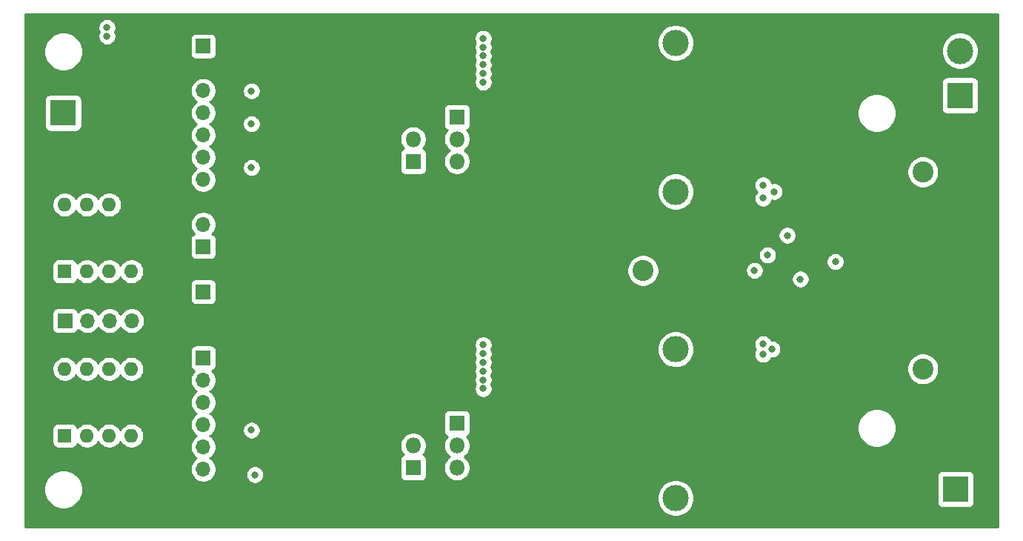
<source format=gbr>
%TF.GenerationSoftware,KiCad,Pcbnew,(5.1.10)-1*%
%TF.CreationDate,2022-06-03T10:18:56+01:00*%
%TF.ProjectId,GTI_V3,4754495f-5633-42e6-9b69-6361645f7063,rev?*%
%TF.SameCoordinates,Original*%
%TF.FileFunction,Copper,L2,Inr*%
%TF.FilePolarity,Positive*%
%FSLAX46Y46*%
G04 Gerber Fmt 4.6, Leading zero omitted, Abs format (unit mm)*
G04 Created by KiCad (PCBNEW (5.1.10)-1) date 2022-06-03 10:18:56*
%MOMM*%
%LPD*%
G01*
G04 APERTURE LIST*
%TA.AperFunction,ComponentPad*%
%ADD10R,1.700000X1.700000*%
%TD*%
%TA.AperFunction,ComponentPad*%
%ADD11O,1.700000X1.700000*%
%TD*%
%TA.AperFunction,ComponentPad*%
%ADD12O,1.600000X1.600000*%
%TD*%
%TA.AperFunction,ComponentPad*%
%ADD13R,1.600000X1.600000*%
%TD*%
%TA.AperFunction,ComponentPad*%
%ADD14R,3.000000X3.000000*%
%TD*%
%TA.AperFunction,ComponentPad*%
%ADD15C,3.000000*%
%TD*%
%TA.AperFunction,ComponentPad*%
%ADD16C,2.400000*%
%TD*%
%TA.AperFunction,ComponentPad*%
%ADD17O,1.800000X1.800000*%
%TD*%
%TA.AperFunction,ComponentPad*%
%ADD18R,1.800000X1.800000*%
%TD*%
%TA.AperFunction,ComponentPad*%
%ADD19C,2.999740*%
%TD*%
%TA.AperFunction,ViaPad*%
%ADD20C,0.800000*%
%TD*%
%TA.AperFunction,Conductor*%
%ADD21C,0.254000*%
%TD*%
%TA.AperFunction,Conductor*%
%ADD22C,0.100000*%
%TD*%
G04 APERTURE END LIST*
D10*
%TO.N,/VBUS_Sense*%
%TO.C,J8*%
X121000000Y-92440000D03*
D11*
%TO.N,GND*%
X121000000Y-94980000D03*
%TD*%
D10*
%TO.N,+3V3*%
%TO.C,J3*%
X121000000Y-64380000D03*
D11*
%TO.N,GND*%
X121000000Y-66920000D03*
%TO.N,Net-(IC1-Pad12)*%
X121000000Y-69460000D03*
%TO.N,Net-(IC1-Pad13)*%
X121000000Y-72000000D03*
%TO.N,Net-(IC1-Pad14)*%
X121000000Y-74540000D03*
%TO.N,/V_Sense_A*%
X121000000Y-77080000D03*
%TO.N,/I_Sense_A*%
X121000000Y-79620000D03*
%TD*%
D12*
%TO.N,/Ext_Vdd*%
%TO.C,U6*%
X105170000Y-101250000D03*
%TO.N,N/C*%
X112790000Y-108870000D03*
%TO.N,Net-(U6-Pad7)*%
X107710000Y-101250000D03*
%TO.N,Net-(R30-Pad2)*%
X110250000Y-108870000D03*
%TO.N,/Ext_Rx*%
X110250000Y-101250000D03*
%TO.N,+3V3*%
X107710000Y-108870000D03*
%TO.N,/Ext_Gnd*%
X112790000Y-101250000D03*
D13*
%TO.N,Net-(U6-Pad1)*%
X105170000Y-108870000D03*
%TD*%
D12*
%TO.N,+3V3*%
%TO.C,U5*%
X105170000Y-82500000D03*
%TO.N,N/C*%
X112790000Y-90120000D03*
%TO.N,Net-(U5-Pad7)*%
X107710000Y-82500000D03*
%TO.N,/Ext_Tx*%
X110250000Y-90120000D03*
%TO.N,/Rx*%
X110250000Y-82500000D03*
%TO.N,Net-(R28-Pad1)*%
X107710000Y-90120000D03*
%TO.N,GND*%
X112790000Y-82500000D03*
D13*
%TO.N,Net-(U5-Pad1)*%
X105170000Y-90120000D03*
%TD*%
D10*
%TO.N,/Ext_Vdd*%
%TO.C,J7*%
X105210000Y-95750000D03*
D11*
%TO.N,/Ext_Tx*%
X107750000Y-95750000D03*
%TO.N,/Ext_Rx*%
X110290000Y-95750000D03*
%TO.N,/Ext_Gnd*%
X112830000Y-95750000D03*
%TD*%
D14*
%TO.N,Net-(C13-Pad2)*%
%TO.C,J5*%
X207500000Y-70000000D03*
D15*
%TO.N,Net-(C13-Pad1)*%
X207500000Y-64920000D03*
%TD*%
D10*
%TO.N,/Tx*%
%TO.C,J4*%
X121000000Y-87290000D03*
D11*
%TO.N,/Rx*%
X121000000Y-84750000D03*
%TD*%
D14*
%TO.N,VBUS*%
%TO.C,J2*%
X207000000Y-115000000D03*
D15*
%TO.N,GND*%
X207000000Y-109920000D03*
%TD*%
D14*
%TO.N,VCC*%
%TO.C,J1*%
X105000000Y-72000000D03*
D15*
%TO.N,GND*%
X105000000Y-77080000D03*
%TD*%
D16*
%TO.N,Net-(C13-Pad2)*%
%TO.C,C13*%
X203250000Y-101250000D03*
%TO.N,Net-(C13-Pad1)*%
X203250000Y-78750000D03*
%TD*%
%TO.N,VBUS*%
%TO.C,C23*%
X171250000Y-90000000D03*
%TO.N,GND*%
X143750000Y-90000000D03*
%TD*%
D10*
%TO.N,/I_Sense_B*%
%TO.C,J6*%
X121000000Y-100000000D03*
D11*
%TO.N,/V_Sense_B*%
X121000000Y-102540000D03*
%TO.N,+3V3*%
X121000000Y-105080000D03*
%TO.N,Net-(IC2-Pad12)*%
X121000000Y-107620000D03*
%TO.N,Net-(IC2-Pad13)*%
X121000000Y-110160000D03*
%TO.N,Net-(IC2-Pad14)*%
X121000000Y-112700000D03*
%TO.N,GND*%
X121000000Y-115240000D03*
%TD*%
D17*
%TO.N,GND*%
%TO.C,Q4*%
X145000000Y-107460000D03*
%TO.N,Net-(C15-Pad2)*%
X145000000Y-110000000D03*
D18*
%TO.N,Net-(Q4-Pad1)*%
X145000000Y-112540000D03*
%TD*%
D17*
%TO.N,Net-(C15-Pad2)*%
%TO.C,Q3*%
X150000000Y-112540000D03*
%TO.N,VBUS*%
X150000000Y-110000000D03*
D18*
%TO.N,Net-(Q3-Pad1)*%
X150000000Y-107460000D03*
%TD*%
D19*
%TO.N,Net-(C19-Pad1)*%
%TO.C,L2*%
X175000000Y-99001160D03*
%TO.N,Net-(C15-Pad2)*%
X175000000Y-115998840D03*
%TD*%
%TO.N,Net-(C11-Pad1)*%
%TO.C,L1*%
X175000000Y-64001160D03*
%TO.N,Net-(C10-Pad1)*%
X175000000Y-80998840D03*
%TD*%
D18*
%TO.N,Net-(Q2-Pad1)*%
%TO.C,Q2*%
X145000000Y-77540000D03*
D17*
%TO.N,Net-(C11-Pad1)*%
X145000000Y-75000000D03*
%TO.N,GND*%
X145000000Y-72460000D03*
%TD*%
%TO.N,Net-(C11-Pad1)*%
%TO.C,Q1*%
X150000000Y-77540000D03*
%TO.N,VBUS*%
X150000000Y-75000000D03*
D18*
%TO.N,Net-(Q1-Pad1)*%
X150000000Y-72460000D03*
%TD*%
D20*
%TO.N,VBUS*%
X153000000Y-63500000D03*
X153000000Y-64500000D03*
X153000000Y-65500000D03*
X153000000Y-66500000D03*
X153000000Y-67500000D03*
X153000000Y-68500000D03*
X153000000Y-98500000D03*
X153000000Y-99500000D03*
X153000000Y-100500000D03*
X153000000Y-101500000D03*
X153000000Y-102500000D03*
X153000000Y-103500000D03*
%TO.N,+3V3*%
X193250000Y-89000000D03*
X189250000Y-91000000D03*
X110000000Y-62250000D03*
X110000000Y-63250000D03*
X126500000Y-108250000D03*
X126500000Y-78250000D03*
X126500000Y-73250000D03*
X126500000Y-69500000D03*
X126899999Y-113350001D03*
%TO.N,GNDA*%
X185500000Y-88250000D03*
%TO.N,GND*%
X124500000Y-64250000D03*
X110750000Y-67000000D03*
X182250000Y-110750000D03*
X201750000Y-95000000D03*
X201750000Y-84750000D03*
X139250000Y-112950000D03*
X139300000Y-77950000D03*
X142000000Y-63500000D03*
X142000000Y-64500000D03*
X142000000Y-65500000D03*
X142000000Y-66500000D03*
X142000000Y-67500000D03*
X142000000Y-68500000D03*
X142000000Y-98500000D03*
X142000000Y-99500000D03*
X142000000Y-100500000D03*
X142000000Y-101500000D03*
X142000000Y-102500000D03*
X142000000Y-103500000D03*
X178500000Y-104000000D03*
X179500000Y-104000000D03*
X180500000Y-104000000D03*
X181500000Y-104000000D03*
X182500000Y-104000000D03*
X183500000Y-104000000D03*
X178500000Y-75750000D03*
X179500000Y-75750000D03*
X180500000Y-75750000D03*
X181500000Y-75750000D03*
X182500000Y-75750000D03*
X183500000Y-75750000D03*
X141750000Y-77250000D03*
X141750000Y-112250000D03*
X132500000Y-113250000D03*
X132750000Y-78250000D03*
X126000000Y-104250000D03*
%TO.N,Net-(C10-Pad1)*%
X185000000Y-80250000D03*
X185000000Y-81750000D03*
X186250000Y-81000000D03*
%TO.N,/I_Sense_A*%
X187750000Y-86000000D03*
%TO.N,/I_Sense_B*%
X184000000Y-90000000D03*
%TO.N,Net-(C19-Pad1)*%
X185000000Y-98400000D03*
X185000000Y-99600000D03*
X186000000Y-99000000D03*
%TD*%
D21*
%TO.N,GND*%
X211815001Y-119315000D02*
X100685000Y-119315000D01*
X100685000Y-114779872D01*
X102765000Y-114779872D01*
X102765000Y-115220128D01*
X102850890Y-115651925D01*
X103019369Y-116058669D01*
X103263962Y-116424729D01*
X103575271Y-116736038D01*
X103941331Y-116980631D01*
X104348075Y-117149110D01*
X104779872Y-117235000D01*
X105220128Y-117235000D01*
X105651925Y-117149110D01*
X106058669Y-116980631D01*
X106424729Y-116736038D01*
X106736038Y-116424729D01*
X106980631Y-116058669D01*
X107092508Y-115788574D01*
X172865130Y-115788574D01*
X172865130Y-116209106D01*
X172947172Y-116621559D01*
X173108103Y-117010080D01*
X173341738Y-117359740D01*
X173639100Y-117657102D01*
X173988760Y-117890737D01*
X174377281Y-118051668D01*
X174789734Y-118133710D01*
X175210266Y-118133710D01*
X175622719Y-118051668D01*
X176011240Y-117890737D01*
X176360900Y-117657102D01*
X176658262Y-117359740D01*
X176891897Y-117010080D01*
X177052828Y-116621559D01*
X177134870Y-116209106D01*
X177134870Y-115788574D01*
X177052828Y-115376121D01*
X176891897Y-114987600D01*
X176658262Y-114637940D01*
X176360900Y-114340578D01*
X176011240Y-114106943D01*
X175622719Y-113946012D01*
X175210266Y-113863970D01*
X174789734Y-113863970D01*
X174377281Y-113946012D01*
X173988760Y-114106943D01*
X173639100Y-114340578D01*
X173341738Y-114637940D01*
X173108103Y-114987600D01*
X172947172Y-115376121D01*
X172865130Y-115788574D01*
X107092508Y-115788574D01*
X107149110Y-115651925D01*
X107235000Y-115220128D01*
X107235000Y-114779872D01*
X107149110Y-114348075D01*
X106980631Y-113941331D01*
X106736038Y-113575271D01*
X106424729Y-113263962D01*
X106058669Y-113019369D01*
X105651925Y-112850890D01*
X105220128Y-112765000D01*
X104779872Y-112765000D01*
X104348075Y-112850890D01*
X103941331Y-113019369D01*
X103575271Y-113263962D01*
X103263962Y-113575271D01*
X103019369Y-113941331D01*
X102850890Y-114348075D01*
X102765000Y-114779872D01*
X100685000Y-114779872D01*
X100685000Y-108070000D01*
X103731928Y-108070000D01*
X103731928Y-109670000D01*
X103744188Y-109794482D01*
X103780498Y-109914180D01*
X103839463Y-110024494D01*
X103918815Y-110121185D01*
X104015506Y-110200537D01*
X104125820Y-110259502D01*
X104245518Y-110295812D01*
X104370000Y-110308072D01*
X105970000Y-110308072D01*
X106094482Y-110295812D01*
X106214180Y-110259502D01*
X106324494Y-110200537D01*
X106421185Y-110121185D01*
X106500537Y-110024494D01*
X106559502Y-109914180D01*
X106595812Y-109794482D01*
X106596643Y-109786039D01*
X106795241Y-109984637D01*
X107030273Y-110141680D01*
X107291426Y-110249853D01*
X107568665Y-110305000D01*
X107851335Y-110305000D01*
X108128574Y-110249853D01*
X108389727Y-110141680D01*
X108624759Y-109984637D01*
X108824637Y-109784759D01*
X108980000Y-109552241D01*
X109135363Y-109784759D01*
X109335241Y-109984637D01*
X109570273Y-110141680D01*
X109831426Y-110249853D01*
X110108665Y-110305000D01*
X110391335Y-110305000D01*
X110668574Y-110249853D01*
X110929727Y-110141680D01*
X111164759Y-109984637D01*
X111364637Y-109784759D01*
X111520000Y-109552241D01*
X111675363Y-109784759D01*
X111875241Y-109984637D01*
X112110273Y-110141680D01*
X112371426Y-110249853D01*
X112648665Y-110305000D01*
X112931335Y-110305000D01*
X113208574Y-110249853D01*
X113469727Y-110141680D01*
X113704759Y-109984637D01*
X113904637Y-109784759D01*
X114061680Y-109549727D01*
X114169853Y-109288574D01*
X114225000Y-109011335D01*
X114225000Y-108728665D01*
X114169853Y-108451426D01*
X114061680Y-108190273D01*
X113904637Y-107955241D01*
X113704759Y-107755363D01*
X113469727Y-107598320D01*
X113208574Y-107490147D01*
X112931335Y-107435000D01*
X112648665Y-107435000D01*
X112371426Y-107490147D01*
X112110273Y-107598320D01*
X111875241Y-107755363D01*
X111675363Y-107955241D01*
X111520000Y-108187759D01*
X111364637Y-107955241D01*
X111164759Y-107755363D01*
X110929727Y-107598320D01*
X110668574Y-107490147D01*
X110391335Y-107435000D01*
X110108665Y-107435000D01*
X109831426Y-107490147D01*
X109570273Y-107598320D01*
X109335241Y-107755363D01*
X109135363Y-107955241D01*
X108980000Y-108187759D01*
X108824637Y-107955241D01*
X108624759Y-107755363D01*
X108389727Y-107598320D01*
X108128574Y-107490147D01*
X107851335Y-107435000D01*
X107568665Y-107435000D01*
X107291426Y-107490147D01*
X107030273Y-107598320D01*
X106795241Y-107755363D01*
X106596643Y-107953961D01*
X106595812Y-107945518D01*
X106559502Y-107825820D01*
X106500537Y-107715506D01*
X106421185Y-107618815D01*
X106324494Y-107539463D01*
X106214180Y-107480498D01*
X106094482Y-107444188D01*
X105970000Y-107431928D01*
X104370000Y-107431928D01*
X104245518Y-107444188D01*
X104125820Y-107480498D01*
X104015506Y-107539463D01*
X103918815Y-107618815D01*
X103839463Y-107715506D01*
X103780498Y-107825820D01*
X103744188Y-107945518D01*
X103731928Y-108070000D01*
X100685000Y-108070000D01*
X100685000Y-101108665D01*
X103735000Y-101108665D01*
X103735000Y-101391335D01*
X103790147Y-101668574D01*
X103898320Y-101929727D01*
X104055363Y-102164759D01*
X104255241Y-102364637D01*
X104490273Y-102521680D01*
X104751426Y-102629853D01*
X105028665Y-102685000D01*
X105311335Y-102685000D01*
X105588574Y-102629853D01*
X105849727Y-102521680D01*
X106084759Y-102364637D01*
X106284637Y-102164759D01*
X106440000Y-101932241D01*
X106595363Y-102164759D01*
X106795241Y-102364637D01*
X107030273Y-102521680D01*
X107291426Y-102629853D01*
X107568665Y-102685000D01*
X107851335Y-102685000D01*
X108128574Y-102629853D01*
X108389727Y-102521680D01*
X108624759Y-102364637D01*
X108824637Y-102164759D01*
X108980000Y-101932241D01*
X109135363Y-102164759D01*
X109335241Y-102364637D01*
X109570273Y-102521680D01*
X109831426Y-102629853D01*
X110108665Y-102685000D01*
X110391335Y-102685000D01*
X110668574Y-102629853D01*
X110929727Y-102521680D01*
X111164759Y-102364637D01*
X111364637Y-102164759D01*
X111520000Y-101932241D01*
X111675363Y-102164759D01*
X111875241Y-102364637D01*
X112110273Y-102521680D01*
X112371426Y-102629853D01*
X112648665Y-102685000D01*
X112931335Y-102685000D01*
X113208574Y-102629853D01*
X113469727Y-102521680D01*
X113704759Y-102364637D01*
X113904637Y-102164759D01*
X114061680Y-101929727D01*
X114169853Y-101668574D01*
X114225000Y-101391335D01*
X114225000Y-101108665D01*
X114169853Y-100831426D01*
X114061680Y-100570273D01*
X113904637Y-100335241D01*
X113704759Y-100135363D01*
X113469727Y-99978320D01*
X113208574Y-99870147D01*
X112931335Y-99815000D01*
X112648665Y-99815000D01*
X112371426Y-99870147D01*
X112110273Y-99978320D01*
X111875241Y-100135363D01*
X111675363Y-100335241D01*
X111520000Y-100567759D01*
X111364637Y-100335241D01*
X111164759Y-100135363D01*
X110929727Y-99978320D01*
X110668574Y-99870147D01*
X110391335Y-99815000D01*
X110108665Y-99815000D01*
X109831426Y-99870147D01*
X109570273Y-99978320D01*
X109335241Y-100135363D01*
X109135363Y-100335241D01*
X108980000Y-100567759D01*
X108824637Y-100335241D01*
X108624759Y-100135363D01*
X108389727Y-99978320D01*
X108128574Y-99870147D01*
X107851335Y-99815000D01*
X107568665Y-99815000D01*
X107291426Y-99870147D01*
X107030273Y-99978320D01*
X106795241Y-100135363D01*
X106595363Y-100335241D01*
X106440000Y-100567759D01*
X106284637Y-100335241D01*
X106084759Y-100135363D01*
X105849727Y-99978320D01*
X105588574Y-99870147D01*
X105311335Y-99815000D01*
X105028665Y-99815000D01*
X104751426Y-99870147D01*
X104490273Y-99978320D01*
X104255241Y-100135363D01*
X104055363Y-100335241D01*
X103898320Y-100570273D01*
X103790147Y-100831426D01*
X103735000Y-101108665D01*
X100685000Y-101108665D01*
X100685000Y-99150000D01*
X119511928Y-99150000D01*
X119511928Y-100850000D01*
X119524188Y-100974482D01*
X119560498Y-101094180D01*
X119619463Y-101204494D01*
X119698815Y-101301185D01*
X119795506Y-101380537D01*
X119905820Y-101439502D01*
X119978380Y-101461513D01*
X119846525Y-101593368D01*
X119684010Y-101836589D01*
X119572068Y-102106842D01*
X119515000Y-102393740D01*
X119515000Y-102686260D01*
X119572068Y-102973158D01*
X119684010Y-103243411D01*
X119846525Y-103486632D01*
X120053368Y-103693475D01*
X120227760Y-103810000D01*
X120053368Y-103926525D01*
X119846525Y-104133368D01*
X119684010Y-104376589D01*
X119572068Y-104646842D01*
X119515000Y-104933740D01*
X119515000Y-105226260D01*
X119572068Y-105513158D01*
X119684010Y-105783411D01*
X119846525Y-106026632D01*
X120053368Y-106233475D01*
X120227760Y-106350000D01*
X120053368Y-106466525D01*
X119846525Y-106673368D01*
X119684010Y-106916589D01*
X119572068Y-107186842D01*
X119515000Y-107473740D01*
X119515000Y-107766260D01*
X119572068Y-108053158D01*
X119684010Y-108323411D01*
X119846525Y-108566632D01*
X120053368Y-108773475D01*
X120227760Y-108890000D01*
X120053368Y-109006525D01*
X119846525Y-109213368D01*
X119684010Y-109456589D01*
X119572068Y-109726842D01*
X119515000Y-110013740D01*
X119515000Y-110306260D01*
X119572068Y-110593158D01*
X119684010Y-110863411D01*
X119846525Y-111106632D01*
X120053368Y-111313475D01*
X120227760Y-111430000D01*
X120053368Y-111546525D01*
X119846525Y-111753368D01*
X119684010Y-111996589D01*
X119572068Y-112266842D01*
X119515000Y-112553740D01*
X119515000Y-112846260D01*
X119572068Y-113133158D01*
X119684010Y-113403411D01*
X119846525Y-113646632D01*
X120053368Y-113853475D01*
X120296589Y-114015990D01*
X120566842Y-114127932D01*
X120853740Y-114185000D01*
X121146260Y-114185000D01*
X121433158Y-114127932D01*
X121703411Y-114015990D01*
X121946632Y-113853475D01*
X122153475Y-113646632D01*
X122315990Y-113403411D01*
X122380337Y-113248062D01*
X125864999Y-113248062D01*
X125864999Y-113451940D01*
X125904773Y-113651899D01*
X125982794Y-113840257D01*
X126096062Y-114009775D01*
X126240225Y-114153938D01*
X126409743Y-114267206D01*
X126598101Y-114345227D01*
X126798060Y-114385001D01*
X127001938Y-114385001D01*
X127201897Y-114345227D01*
X127390255Y-114267206D01*
X127559773Y-114153938D01*
X127703936Y-114009775D01*
X127817204Y-113840257D01*
X127895225Y-113651899D01*
X127934999Y-113451940D01*
X127934999Y-113248062D01*
X127895225Y-113048103D01*
X127817204Y-112859745D01*
X127703936Y-112690227D01*
X127559773Y-112546064D01*
X127390255Y-112432796D01*
X127201897Y-112354775D01*
X127001938Y-112315001D01*
X126798060Y-112315001D01*
X126598101Y-112354775D01*
X126409743Y-112432796D01*
X126240225Y-112546064D01*
X126096062Y-112690227D01*
X125982794Y-112859745D01*
X125904773Y-113048103D01*
X125864999Y-113248062D01*
X122380337Y-113248062D01*
X122427932Y-113133158D01*
X122485000Y-112846260D01*
X122485000Y-112553740D01*
X122427932Y-112266842D01*
X122315990Y-111996589D01*
X122153475Y-111753368D01*
X122040107Y-111640000D01*
X143461928Y-111640000D01*
X143461928Y-113440000D01*
X143474188Y-113564482D01*
X143510498Y-113684180D01*
X143569463Y-113794494D01*
X143648815Y-113891185D01*
X143745506Y-113970537D01*
X143855820Y-114029502D01*
X143975518Y-114065812D01*
X144100000Y-114078072D01*
X145900000Y-114078072D01*
X146024482Y-114065812D01*
X146144180Y-114029502D01*
X146254494Y-113970537D01*
X146351185Y-113891185D01*
X146430537Y-113794494D01*
X146489502Y-113684180D01*
X146525812Y-113564482D01*
X146538072Y-113440000D01*
X146538072Y-111640000D01*
X146525812Y-111515518D01*
X146489502Y-111395820D01*
X146430537Y-111285506D01*
X146351185Y-111188815D01*
X146254494Y-111109463D01*
X146144180Y-111050498D01*
X146125873Y-111044944D01*
X146192312Y-110978505D01*
X146360299Y-110727095D01*
X146476011Y-110447743D01*
X146535000Y-110151184D01*
X146535000Y-109848816D01*
X146476011Y-109552257D01*
X146360299Y-109272905D01*
X146192312Y-109021495D01*
X145978505Y-108807688D01*
X145727095Y-108639701D01*
X145447743Y-108523989D01*
X145151184Y-108465000D01*
X144848816Y-108465000D01*
X144552257Y-108523989D01*
X144272905Y-108639701D01*
X144021495Y-108807688D01*
X143807688Y-109021495D01*
X143639701Y-109272905D01*
X143523989Y-109552257D01*
X143465000Y-109848816D01*
X143465000Y-110151184D01*
X143523989Y-110447743D01*
X143639701Y-110727095D01*
X143807688Y-110978505D01*
X143874127Y-111044944D01*
X143855820Y-111050498D01*
X143745506Y-111109463D01*
X143648815Y-111188815D01*
X143569463Y-111285506D01*
X143510498Y-111395820D01*
X143474188Y-111515518D01*
X143461928Y-111640000D01*
X122040107Y-111640000D01*
X121946632Y-111546525D01*
X121772240Y-111430000D01*
X121946632Y-111313475D01*
X122153475Y-111106632D01*
X122315990Y-110863411D01*
X122427932Y-110593158D01*
X122485000Y-110306260D01*
X122485000Y-110013740D01*
X122427932Y-109726842D01*
X122315990Y-109456589D01*
X122153475Y-109213368D01*
X121946632Y-109006525D01*
X121772240Y-108890000D01*
X121946632Y-108773475D01*
X122153475Y-108566632D01*
X122315990Y-108323411D01*
X122388622Y-108148061D01*
X125465000Y-108148061D01*
X125465000Y-108351939D01*
X125504774Y-108551898D01*
X125582795Y-108740256D01*
X125696063Y-108909774D01*
X125840226Y-109053937D01*
X126009744Y-109167205D01*
X126198102Y-109245226D01*
X126398061Y-109285000D01*
X126601939Y-109285000D01*
X126801898Y-109245226D01*
X126990256Y-109167205D01*
X127159774Y-109053937D01*
X127303937Y-108909774D01*
X127417205Y-108740256D01*
X127495226Y-108551898D01*
X127535000Y-108351939D01*
X127535000Y-108148061D01*
X127495226Y-107948102D01*
X127417205Y-107759744D01*
X127303937Y-107590226D01*
X127159774Y-107446063D01*
X126990256Y-107332795D01*
X126801898Y-107254774D01*
X126601939Y-107215000D01*
X126398061Y-107215000D01*
X126198102Y-107254774D01*
X126009744Y-107332795D01*
X125840226Y-107446063D01*
X125696063Y-107590226D01*
X125582795Y-107759744D01*
X125504774Y-107948102D01*
X125465000Y-108148061D01*
X122388622Y-108148061D01*
X122427932Y-108053158D01*
X122485000Y-107766260D01*
X122485000Y-107473740D01*
X122427932Y-107186842D01*
X122315990Y-106916589D01*
X122153475Y-106673368D01*
X122040107Y-106560000D01*
X148461928Y-106560000D01*
X148461928Y-108360000D01*
X148474188Y-108484482D01*
X148510498Y-108604180D01*
X148569463Y-108714494D01*
X148648815Y-108811185D01*
X148745506Y-108890537D01*
X148855820Y-108949502D01*
X148874127Y-108955056D01*
X148807688Y-109021495D01*
X148639701Y-109272905D01*
X148523989Y-109552257D01*
X148465000Y-109848816D01*
X148465000Y-110151184D01*
X148523989Y-110447743D01*
X148639701Y-110727095D01*
X148807688Y-110978505D01*
X149021495Y-111192312D01*
X149137763Y-111270000D01*
X149021495Y-111347688D01*
X148807688Y-111561495D01*
X148639701Y-111812905D01*
X148523989Y-112092257D01*
X148465000Y-112388816D01*
X148465000Y-112691184D01*
X148523989Y-112987743D01*
X148639701Y-113267095D01*
X148807688Y-113518505D01*
X149021495Y-113732312D01*
X149272905Y-113900299D01*
X149552257Y-114016011D01*
X149848816Y-114075000D01*
X150151184Y-114075000D01*
X150447743Y-114016011D01*
X150727095Y-113900299D01*
X150978505Y-113732312D01*
X151192312Y-113518505D01*
X151204676Y-113500000D01*
X204861928Y-113500000D01*
X204861928Y-116500000D01*
X204874188Y-116624482D01*
X204910498Y-116744180D01*
X204969463Y-116854494D01*
X205048815Y-116951185D01*
X205145506Y-117030537D01*
X205255820Y-117089502D01*
X205375518Y-117125812D01*
X205500000Y-117138072D01*
X208500000Y-117138072D01*
X208624482Y-117125812D01*
X208744180Y-117089502D01*
X208854494Y-117030537D01*
X208951185Y-116951185D01*
X209030537Y-116854494D01*
X209089502Y-116744180D01*
X209125812Y-116624482D01*
X209138072Y-116500000D01*
X209138072Y-113500000D01*
X209125812Y-113375518D01*
X209089502Y-113255820D01*
X209030537Y-113145506D01*
X208951185Y-113048815D01*
X208854494Y-112969463D01*
X208744180Y-112910498D01*
X208624482Y-112874188D01*
X208500000Y-112861928D01*
X205500000Y-112861928D01*
X205375518Y-112874188D01*
X205255820Y-112910498D01*
X205145506Y-112969463D01*
X205048815Y-113048815D01*
X204969463Y-113145506D01*
X204910498Y-113255820D01*
X204874188Y-113375518D01*
X204861928Y-113500000D01*
X151204676Y-113500000D01*
X151360299Y-113267095D01*
X151476011Y-112987743D01*
X151535000Y-112691184D01*
X151535000Y-112388816D01*
X151476011Y-112092257D01*
X151360299Y-111812905D01*
X151192312Y-111561495D01*
X150978505Y-111347688D01*
X150862237Y-111270000D01*
X150978505Y-111192312D01*
X151192312Y-110978505D01*
X151360299Y-110727095D01*
X151476011Y-110447743D01*
X151535000Y-110151184D01*
X151535000Y-109848816D01*
X151476011Y-109552257D01*
X151360299Y-109272905D01*
X151192312Y-109021495D01*
X151125873Y-108955056D01*
X151144180Y-108949502D01*
X151254494Y-108890537D01*
X151351185Y-108811185D01*
X151430537Y-108714494D01*
X151489502Y-108604180D01*
X151525812Y-108484482D01*
X151538072Y-108360000D01*
X151538072Y-107779872D01*
X195765000Y-107779872D01*
X195765000Y-108220128D01*
X195850890Y-108651925D01*
X196019369Y-109058669D01*
X196263962Y-109424729D01*
X196575271Y-109736038D01*
X196941331Y-109980631D01*
X197348075Y-110149110D01*
X197779872Y-110235000D01*
X198220128Y-110235000D01*
X198651925Y-110149110D01*
X199058669Y-109980631D01*
X199424729Y-109736038D01*
X199736038Y-109424729D01*
X199980631Y-109058669D01*
X200149110Y-108651925D01*
X200235000Y-108220128D01*
X200235000Y-107779872D01*
X200149110Y-107348075D01*
X199980631Y-106941331D01*
X199736038Y-106575271D01*
X199424729Y-106263962D01*
X199058669Y-106019369D01*
X198651925Y-105850890D01*
X198220128Y-105765000D01*
X197779872Y-105765000D01*
X197348075Y-105850890D01*
X196941331Y-106019369D01*
X196575271Y-106263962D01*
X196263962Y-106575271D01*
X196019369Y-106941331D01*
X195850890Y-107348075D01*
X195765000Y-107779872D01*
X151538072Y-107779872D01*
X151538072Y-106560000D01*
X151525812Y-106435518D01*
X151489502Y-106315820D01*
X151430537Y-106205506D01*
X151351185Y-106108815D01*
X151254494Y-106029463D01*
X151144180Y-105970498D01*
X151024482Y-105934188D01*
X150900000Y-105921928D01*
X149100000Y-105921928D01*
X148975518Y-105934188D01*
X148855820Y-105970498D01*
X148745506Y-106029463D01*
X148648815Y-106108815D01*
X148569463Y-106205506D01*
X148510498Y-106315820D01*
X148474188Y-106435518D01*
X148461928Y-106560000D01*
X122040107Y-106560000D01*
X121946632Y-106466525D01*
X121772240Y-106350000D01*
X121946632Y-106233475D01*
X122153475Y-106026632D01*
X122315990Y-105783411D01*
X122427932Y-105513158D01*
X122485000Y-105226260D01*
X122485000Y-104933740D01*
X122427932Y-104646842D01*
X122315990Y-104376589D01*
X122153475Y-104133368D01*
X121946632Y-103926525D01*
X121772240Y-103810000D01*
X121946632Y-103693475D01*
X122153475Y-103486632D01*
X122315990Y-103243411D01*
X122427932Y-102973158D01*
X122485000Y-102686260D01*
X122485000Y-102393740D01*
X122427932Y-102106842D01*
X122315990Y-101836589D01*
X122153475Y-101593368D01*
X122021620Y-101461513D01*
X122094180Y-101439502D01*
X122204494Y-101380537D01*
X122301185Y-101301185D01*
X122380537Y-101204494D01*
X122439502Y-101094180D01*
X122475812Y-100974482D01*
X122488072Y-100850000D01*
X122488072Y-99150000D01*
X122475812Y-99025518D01*
X122439502Y-98905820D01*
X122380537Y-98795506D01*
X122301185Y-98698815D01*
X122204494Y-98619463D01*
X122094180Y-98560498D01*
X121974482Y-98524188D01*
X121850000Y-98511928D01*
X120150000Y-98511928D01*
X120025518Y-98524188D01*
X119905820Y-98560498D01*
X119795506Y-98619463D01*
X119698815Y-98698815D01*
X119619463Y-98795506D01*
X119560498Y-98905820D01*
X119524188Y-99025518D01*
X119511928Y-99150000D01*
X100685000Y-99150000D01*
X100685000Y-98398061D01*
X151965000Y-98398061D01*
X151965000Y-98601939D01*
X152004774Y-98801898D01*
X152082795Y-98990256D01*
X152089306Y-99000000D01*
X152082795Y-99009744D01*
X152004774Y-99198102D01*
X151965000Y-99398061D01*
X151965000Y-99601939D01*
X152004774Y-99801898D01*
X152082795Y-99990256D01*
X152089306Y-100000000D01*
X152082795Y-100009744D01*
X152004774Y-100198102D01*
X151965000Y-100398061D01*
X151965000Y-100601939D01*
X152004774Y-100801898D01*
X152082795Y-100990256D01*
X152089306Y-101000000D01*
X152082795Y-101009744D01*
X152004774Y-101198102D01*
X151965000Y-101398061D01*
X151965000Y-101601939D01*
X152004774Y-101801898D01*
X152082795Y-101990256D01*
X152089306Y-102000000D01*
X152082795Y-102009744D01*
X152004774Y-102198102D01*
X151965000Y-102398061D01*
X151965000Y-102601939D01*
X152004774Y-102801898D01*
X152082795Y-102990256D01*
X152089306Y-103000000D01*
X152082795Y-103009744D01*
X152004774Y-103198102D01*
X151965000Y-103398061D01*
X151965000Y-103601939D01*
X152004774Y-103801898D01*
X152082795Y-103990256D01*
X152196063Y-104159774D01*
X152340226Y-104303937D01*
X152509744Y-104417205D01*
X152698102Y-104495226D01*
X152898061Y-104535000D01*
X153101939Y-104535000D01*
X153301898Y-104495226D01*
X153490256Y-104417205D01*
X153659774Y-104303937D01*
X153803937Y-104159774D01*
X153917205Y-103990256D01*
X153995226Y-103801898D01*
X154035000Y-103601939D01*
X154035000Y-103398061D01*
X153995226Y-103198102D01*
X153917205Y-103009744D01*
X153910694Y-103000000D01*
X153917205Y-102990256D01*
X153995226Y-102801898D01*
X154035000Y-102601939D01*
X154035000Y-102398061D01*
X153995226Y-102198102D01*
X153917205Y-102009744D01*
X153910694Y-102000000D01*
X153917205Y-101990256D01*
X153995226Y-101801898D01*
X154035000Y-101601939D01*
X154035000Y-101398061D01*
X153995226Y-101198102D01*
X153917205Y-101009744D01*
X153910694Y-101000000D01*
X153917205Y-100990256D01*
X153995226Y-100801898D01*
X154035000Y-100601939D01*
X154035000Y-100398061D01*
X153995226Y-100198102D01*
X153917205Y-100009744D01*
X153910694Y-100000000D01*
X153917205Y-99990256D01*
X153995226Y-99801898D01*
X154035000Y-99601939D01*
X154035000Y-99398061D01*
X153995226Y-99198102D01*
X153917205Y-99009744D01*
X153910694Y-99000000D01*
X153917205Y-98990256D01*
X153995226Y-98801898D01*
X153997414Y-98790894D01*
X172865130Y-98790894D01*
X172865130Y-99211426D01*
X172947172Y-99623879D01*
X173108103Y-100012400D01*
X173341738Y-100362060D01*
X173639100Y-100659422D01*
X173988760Y-100893057D01*
X174377281Y-101053988D01*
X174789734Y-101136030D01*
X175210266Y-101136030D01*
X175545901Y-101069268D01*
X201415000Y-101069268D01*
X201415000Y-101430732D01*
X201485518Y-101785250D01*
X201623844Y-102119199D01*
X201824662Y-102419744D01*
X202080256Y-102675338D01*
X202380801Y-102876156D01*
X202714750Y-103014482D01*
X203069268Y-103085000D01*
X203430732Y-103085000D01*
X203785250Y-103014482D01*
X204119199Y-102876156D01*
X204419744Y-102675338D01*
X204675338Y-102419744D01*
X204876156Y-102119199D01*
X205014482Y-101785250D01*
X205085000Y-101430732D01*
X205085000Y-101069268D01*
X205014482Y-100714750D01*
X204876156Y-100380801D01*
X204675338Y-100080256D01*
X204419744Y-99824662D01*
X204119199Y-99623844D01*
X203785250Y-99485518D01*
X203430732Y-99415000D01*
X203069268Y-99415000D01*
X202714750Y-99485518D01*
X202380801Y-99623844D01*
X202080256Y-99824662D01*
X201824662Y-100080256D01*
X201623844Y-100380801D01*
X201485518Y-100714750D01*
X201415000Y-101069268D01*
X175545901Y-101069268D01*
X175622719Y-101053988D01*
X176011240Y-100893057D01*
X176360900Y-100659422D01*
X176658262Y-100362060D01*
X176891897Y-100012400D01*
X177052828Y-99623879D01*
X177134870Y-99211426D01*
X177134870Y-98790894D01*
X177052828Y-98378441D01*
X177019534Y-98298061D01*
X183965000Y-98298061D01*
X183965000Y-98501939D01*
X184004774Y-98701898D01*
X184082795Y-98890256D01*
X184156123Y-99000000D01*
X184082795Y-99109744D01*
X184004774Y-99298102D01*
X183965000Y-99498061D01*
X183965000Y-99701939D01*
X184004774Y-99901898D01*
X184082795Y-100090256D01*
X184196063Y-100259774D01*
X184340226Y-100403937D01*
X184509744Y-100517205D01*
X184698102Y-100595226D01*
X184898061Y-100635000D01*
X185101939Y-100635000D01*
X185301898Y-100595226D01*
X185490256Y-100517205D01*
X185659774Y-100403937D01*
X185803937Y-100259774D01*
X185917205Y-100090256D01*
X185940093Y-100035000D01*
X186101939Y-100035000D01*
X186301898Y-99995226D01*
X186490256Y-99917205D01*
X186659774Y-99803937D01*
X186803937Y-99659774D01*
X186917205Y-99490256D01*
X186995226Y-99301898D01*
X187035000Y-99101939D01*
X187035000Y-98898061D01*
X186995226Y-98698102D01*
X186917205Y-98509744D01*
X186803937Y-98340226D01*
X186659774Y-98196063D01*
X186490256Y-98082795D01*
X186301898Y-98004774D01*
X186101939Y-97965000D01*
X185940093Y-97965000D01*
X185917205Y-97909744D01*
X185803937Y-97740226D01*
X185659774Y-97596063D01*
X185490256Y-97482795D01*
X185301898Y-97404774D01*
X185101939Y-97365000D01*
X184898061Y-97365000D01*
X184698102Y-97404774D01*
X184509744Y-97482795D01*
X184340226Y-97596063D01*
X184196063Y-97740226D01*
X184082795Y-97909744D01*
X184004774Y-98098102D01*
X183965000Y-98298061D01*
X177019534Y-98298061D01*
X176891897Y-97989920D01*
X176658262Y-97640260D01*
X176360900Y-97342898D01*
X176011240Y-97109263D01*
X175622719Y-96948332D01*
X175210266Y-96866290D01*
X174789734Y-96866290D01*
X174377281Y-96948332D01*
X173988760Y-97109263D01*
X173639100Y-97342898D01*
X173341738Y-97640260D01*
X173108103Y-97989920D01*
X172947172Y-98378441D01*
X172865130Y-98790894D01*
X153997414Y-98790894D01*
X154035000Y-98601939D01*
X154035000Y-98398061D01*
X153995226Y-98198102D01*
X153917205Y-98009744D01*
X153803937Y-97840226D01*
X153659774Y-97696063D01*
X153490256Y-97582795D01*
X153301898Y-97504774D01*
X153101939Y-97465000D01*
X152898061Y-97465000D01*
X152698102Y-97504774D01*
X152509744Y-97582795D01*
X152340226Y-97696063D01*
X152196063Y-97840226D01*
X152082795Y-98009744D01*
X152004774Y-98198102D01*
X151965000Y-98398061D01*
X100685000Y-98398061D01*
X100685000Y-94900000D01*
X103721928Y-94900000D01*
X103721928Y-96600000D01*
X103734188Y-96724482D01*
X103770498Y-96844180D01*
X103829463Y-96954494D01*
X103908815Y-97051185D01*
X104005506Y-97130537D01*
X104115820Y-97189502D01*
X104235518Y-97225812D01*
X104360000Y-97238072D01*
X106060000Y-97238072D01*
X106184482Y-97225812D01*
X106304180Y-97189502D01*
X106414494Y-97130537D01*
X106511185Y-97051185D01*
X106590537Y-96954494D01*
X106649502Y-96844180D01*
X106671513Y-96771620D01*
X106803368Y-96903475D01*
X107046589Y-97065990D01*
X107316842Y-97177932D01*
X107603740Y-97235000D01*
X107896260Y-97235000D01*
X108183158Y-97177932D01*
X108453411Y-97065990D01*
X108696632Y-96903475D01*
X108903475Y-96696632D01*
X109020000Y-96522240D01*
X109136525Y-96696632D01*
X109343368Y-96903475D01*
X109586589Y-97065990D01*
X109856842Y-97177932D01*
X110143740Y-97235000D01*
X110436260Y-97235000D01*
X110723158Y-97177932D01*
X110993411Y-97065990D01*
X111236632Y-96903475D01*
X111443475Y-96696632D01*
X111560000Y-96522240D01*
X111676525Y-96696632D01*
X111883368Y-96903475D01*
X112126589Y-97065990D01*
X112396842Y-97177932D01*
X112683740Y-97235000D01*
X112976260Y-97235000D01*
X113263158Y-97177932D01*
X113533411Y-97065990D01*
X113776632Y-96903475D01*
X113983475Y-96696632D01*
X114145990Y-96453411D01*
X114257932Y-96183158D01*
X114315000Y-95896260D01*
X114315000Y-95603740D01*
X114257932Y-95316842D01*
X114145990Y-95046589D01*
X113983475Y-94803368D01*
X113776632Y-94596525D01*
X113533411Y-94434010D01*
X113263158Y-94322068D01*
X112976260Y-94265000D01*
X112683740Y-94265000D01*
X112396842Y-94322068D01*
X112126589Y-94434010D01*
X111883368Y-94596525D01*
X111676525Y-94803368D01*
X111560000Y-94977760D01*
X111443475Y-94803368D01*
X111236632Y-94596525D01*
X110993411Y-94434010D01*
X110723158Y-94322068D01*
X110436260Y-94265000D01*
X110143740Y-94265000D01*
X109856842Y-94322068D01*
X109586589Y-94434010D01*
X109343368Y-94596525D01*
X109136525Y-94803368D01*
X109020000Y-94977760D01*
X108903475Y-94803368D01*
X108696632Y-94596525D01*
X108453411Y-94434010D01*
X108183158Y-94322068D01*
X107896260Y-94265000D01*
X107603740Y-94265000D01*
X107316842Y-94322068D01*
X107046589Y-94434010D01*
X106803368Y-94596525D01*
X106671513Y-94728380D01*
X106649502Y-94655820D01*
X106590537Y-94545506D01*
X106511185Y-94448815D01*
X106414494Y-94369463D01*
X106304180Y-94310498D01*
X106184482Y-94274188D01*
X106060000Y-94261928D01*
X104360000Y-94261928D01*
X104235518Y-94274188D01*
X104115820Y-94310498D01*
X104005506Y-94369463D01*
X103908815Y-94448815D01*
X103829463Y-94545506D01*
X103770498Y-94655820D01*
X103734188Y-94775518D01*
X103721928Y-94900000D01*
X100685000Y-94900000D01*
X100685000Y-91590000D01*
X119511928Y-91590000D01*
X119511928Y-93290000D01*
X119524188Y-93414482D01*
X119560498Y-93534180D01*
X119619463Y-93644494D01*
X119698815Y-93741185D01*
X119795506Y-93820537D01*
X119905820Y-93879502D01*
X120025518Y-93915812D01*
X120150000Y-93928072D01*
X121850000Y-93928072D01*
X121974482Y-93915812D01*
X122094180Y-93879502D01*
X122204494Y-93820537D01*
X122301185Y-93741185D01*
X122380537Y-93644494D01*
X122439502Y-93534180D01*
X122475812Y-93414482D01*
X122488072Y-93290000D01*
X122488072Y-91590000D01*
X122475812Y-91465518D01*
X122439502Y-91345820D01*
X122380537Y-91235506D01*
X122301185Y-91138815D01*
X122204494Y-91059463D01*
X122094180Y-91000498D01*
X121974482Y-90964188D01*
X121850000Y-90951928D01*
X120150000Y-90951928D01*
X120025518Y-90964188D01*
X119905820Y-91000498D01*
X119795506Y-91059463D01*
X119698815Y-91138815D01*
X119619463Y-91235506D01*
X119560498Y-91345820D01*
X119524188Y-91465518D01*
X119511928Y-91590000D01*
X100685000Y-91590000D01*
X100685000Y-89320000D01*
X103731928Y-89320000D01*
X103731928Y-90920000D01*
X103744188Y-91044482D01*
X103780498Y-91164180D01*
X103839463Y-91274494D01*
X103918815Y-91371185D01*
X104015506Y-91450537D01*
X104125820Y-91509502D01*
X104245518Y-91545812D01*
X104370000Y-91558072D01*
X105970000Y-91558072D01*
X106094482Y-91545812D01*
X106214180Y-91509502D01*
X106324494Y-91450537D01*
X106421185Y-91371185D01*
X106500537Y-91274494D01*
X106559502Y-91164180D01*
X106595812Y-91044482D01*
X106596643Y-91036039D01*
X106795241Y-91234637D01*
X107030273Y-91391680D01*
X107291426Y-91499853D01*
X107568665Y-91555000D01*
X107851335Y-91555000D01*
X108128574Y-91499853D01*
X108389727Y-91391680D01*
X108624759Y-91234637D01*
X108824637Y-91034759D01*
X108980000Y-90802241D01*
X109135363Y-91034759D01*
X109335241Y-91234637D01*
X109570273Y-91391680D01*
X109831426Y-91499853D01*
X110108665Y-91555000D01*
X110391335Y-91555000D01*
X110668574Y-91499853D01*
X110929727Y-91391680D01*
X111164759Y-91234637D01*
X111364637Y-91034759D01*
X111520000Y-90802241D01*
X111675363Y-91034759D01*
X111875241Y-91234637D01*
X112110273Y-91391680D01*
X112371426Y-91499853D01*
X112648665Y-91555000D01*
X112931335Y-91555000D01*
X113208574Y-91499853D01*
X113469727Y-91391680D01*
X113704759Y-91234637D01*
X113904637Y-91034759D01*
X114061680Y-90799727D01*
X114169853Y-90538574D01*
X114225000Y-90261335D01*
X114225000Y-89978665D01*
X114193294Y-89819268D01*
X169415000Y-89819268D01*
X169415000Y-90180732D01*
X169485518Y-90535250D01*
X169623844Y-90869199D01*
X169824662Y-91169744D01*
X170080256Y-91425338D01*
X170380801Y-91626156D01*
X170714750Y-91764482D01*
X171069268Y-91835000D01*
X171430732Y-91835000D01*
X171785250Y-91764482D01*
X172119199Y-91626156D01*
X172419744Y-91425338D01*
X172675338Y-91169744D01*
X172876156Y-90869199D01*
X173014482Y-90535250D01*
X173085000Y-90180732D01*
X173085000Y-89898061D01*
X182965000Y-89898061D01*
X182965000Y-90101939D01*
X183004774Y-90301898D01*
X183082795Y-90490256D01*
X183196063Y-90659774D01*
X183340226Y-90803937D01*
X183509744Y-90917205D01*
X183698102Y-90995226D01*
X183898061Y-91035000D01*
X184101939Y-91035000D01*
X184301898Y-90995226D01*
X184490256Y-90917205D01*
X184518907Y-90898061D01*
X188215000Y-90898061D01*
X188215000Y-91101939D01*
X188254774Y-91301898D01*
X188332795Y-91490256D01*
X188446063Y-91659774D01*
X188590226Y-91803937D01*
X188759744Y-91917205D01*
X188948102Y-91995226D01*
X189148061Y-92035000D01*
X189351939Y-92035000D01*
X189551898Y-91995226D01*
X189740256Y-91917205D01*
X189909774Y-91803937D01*
X190053937Y-91659774D01*
X190167205Y-91490256D01*
X190245226Y-91301898D01*
X190285000Y-91101939D01*
X190285000Y-90898061D01*
X190245226Y-90698102D01*
X190167205Y-90509744D01*
X190053937Y-90340226D01*
X189909774Y-90196063D01*
X189740256Y-90082795D01*
X189551898Y-90004774D01*
X189351939Y-89965000D01*
X189148061Y-89965000D01*
X188948102Y-90004774D01*
X188759744Y-90082795D01*
X188590226Y-90196063D01*
X188446063Y-90340226D01*
X188332795Y-90509744D01*
X188254774Y-90698102D01*
X188215000Y-90898061D01*
X184518907Y-90898061D01*
X184659774Y-90803937D01*
X184803937Y-90659774D01*
X184917205Y-90490256D01*
X184995226Y-90301898D01*
X185035000Y-90101939D01*
X185035000Y-89898061D01*
X184995226Y-89698102D01*
X184917205Y-89509744D01*
X184803937Y-89340226D01*
X184659774Y-89196063D01*
X184490256Y-89082795D01*
X184301898Y-89004774D01*
X184101939Y-88965000D01*
X183898061Y-88965000D01*
X183698102Y-89004774D01*
X183509744Y-89082795D01*
X183340226Y-89196063D01*
X183196063Y-89340226D01*
X183082795Y-89509744D01*
X183004774Y-89698102D01*
X182965000Y-89898061D01*
X173085000Y-89898061D01*
X173085000Y-89819268D01*
X173014482Y-89464750D01*
X172876156Y-89130801D01*
X172675338Y-88830256D01*
X172419744Y-88574662D01*
X172119199Y-88373844D01*
X171785250Y-88235518D01*
X171430732Y-88165000D01*
X171069268Y-88165000D01*
X170714750Y-88235518D01*
X170380801Y-88373844D01*
X170080256Y-88574662D01*
X169824662Y-88830256D01*
X169623844Y-89130801D01*
X169485518Y-89464750D01*
X169415000Y-89819268D01*
X114193294Y-89819268D01*
X114169853Y-89701426D01*
X114061680Y-89440273D01*
X113904637Y-89205241D01*
X113704759Y-89005363D01*
X113469727Y-88848320D01*
X113208574Y-88740147D01*
X112931335Y-88685000D01*
X112648665Y-88685000D01*
X112371426Y-88740147D01*
X112110273Y-88848320D01*
X111875241Y-89005363D01*
X111675363Y-89205241D01*
X111520000Y-89437759D01*
X111364637Y-89205241D01*
X111164759Y-89005363D01*
X110929727Y-88848320D01*
X110668574Y-88740147D01*
X110391335Y-88685000D01*
X110108665Y-88685000D01*
X109831426Y-88740147D01*
X109570273Y-88848320D01*
X109335241Y-89005363D01*
X109135363Y-89205241D01*
X108980000Y-89437759D01*
X108824637Y-89205241D01*
X108624759Y-89005363D01*
X108389727Y-88848320D01*
X108128574Y-88740147D01*
X107851335Y-88685000D01*
X107568665Y-88685000D01*
X107291426Y-88740147D01*
X107030273Y-88848320D01*
X106795241Y-89005363D01*
X106596643Y-89203961D01*
X106595812Y-89195518D01*
X106559502Y-89075820D01*
X106500537Y-88965506D01*
X106421185Y-88868815D01*
X106324494Y-88789463D01*
X106214180Y-88730498D01*
X106094482Y-88694188D01*
X105970000Y-88681928D01*
X104370000Y-88681928D01*
X104245518Y-88694188D01*
X104125820Y-88730498D01*
X104015506Y-88789463D01*
X103918815Y-88868815D01*
X103839463Y-88965506D01*
X103780498Y-89075820D01*
X103744188Y-89195518D01*
X103731928Y-89320000D01*
X100685000Y-89320000D01*
X100685000Y-86440000D01*
X119511928Y-86440000D01*
X119511928Y-88140000D01*
X119524188Y-88264482D01*
X119560498Y-88384180D01*
X119619463Y-88494494D01*
X119698815Y-88591185D01*
X119795506Y-88670537D01*
X119905820Y-88729502D01*
X120025518Y-88765812D01*
X120150000Y-88778072D01*
X121850000Y-88778072D01*
X121974482Y-88765812D01*
X122094180Y-88729502D01*
X122204494Y-88670537D01*
X122301185Y-88591185D01*
X122380537Y-88494494D01*
X122439502Y-88384180D01*
X122475812Y-88264482D01*
X122487278Y-88148061D01*
X184465000Y-88148061D01*
X184465000Y-88351939D01*
X184504774Y-88551898D01*
X184582795Y-88740256D01*
X184696063Y-88909774D01*
X184840226Y-89053937D01*
X185009744Y-89167205D01*
X185198102Y-89245226D01*
X185398061Y-89285000D01*
X185601939Y-89285000D01*
X185801898Y-89245226D01*
X185990256Y-89167205D01*
X186159774Y-89053937D01*
X186303937Y-88909774D01*
X186311763Y-88898061D01*
X192215000Y-88898061D01*
X192215000Y-89101939D01*
X192254774Y-89301898D01*
X192332795Y-89490256D01*
X192446063Y-89659774D01*
X192590226Y-89803937D01*
X192759744Y-89917205D01*
X192948102Y-89995226D01*
X193148061Y-90035000D01*
X193351939Y-90035000D01*
X193551898Y-89995226D01*
X193740256Y-89917205D01*
X193909774Y-89803937D01*
X194053937Y-89659774D01*
X194167205Y-89490256D01*
X194245226Y-89301898D01*
X194285000Y-89101939D01*
X194285000Y-88898061D01*
X194245226Y-88698102D01*
X194167205Y-88509744D01*
X194053937Y-88340226D01*
X193909774Y-88196063D01*
X193740256Y-88082795D01*
X193551898Y-88004774D01*
X193351939Y-87965000D01*
X193148061Y-87965000D01*
X192948102Y-88004774D01*
X192759744Y-88082795D01*
X192590226Y-88196063D01*
X192446063Y-88340226D01*
X192332795Y-88509744D01*
X192254774Y-88698102D01*
X192215000Y-88898061D01*
X186311763Y-88898061D01*
X186417205Y-88740256D01*
X186495226Y-88551898D01*
X186535000Y-88351939D01*
X186535000Y-88148061D01*
X186495226Y-87948102D01*
X186417205Y-87759744D01*
X186303937Y-87590226D01*
X186159774Y-87446063D01*
X185990256Y-87332795D01*
X185801898Y-87254774D01*
X185601939Y-87215000D01*
X185398061Y-87215000D01*
X185198102Y-87254774D01*
X185009744Y-87332795D01*
X184840226Y-87446063D01*
X184696063Y-87590226D01*
X184582795Y-87759744D01*
X184504774Y-87948102D01*
X184465000Y-88148061D01*
X122487278Y-88148061D01*
X122488072Y-88140000D01*
X122488072Y-86440000D01*
X122475812Y-86315518D01*
X122439502Y-86195820D01*
X122380537Y-86085506D01*
X122301185Y-85988815D01*
X122204494Y-85909463D01*
X122183163Y-85898061D01*
X186715000Y-85898061D01*
X186715000Y-86101939D01*
X186754774Y-86301898D01*
X186832795Y-86490256D01*
X186946063Y-86659774D01*
X187090226Y-86803937D01*
X187259744Y-86917205D01*
X187448102Y-86995226D01*
X187648061Y-87035000D01*
X187851939Y-87035000D01*
X188051898Y-86995226D01*
X188240256Y-86917205D01*
X188409774Y-86803937D01*
X188553937Y-86659774D01*
X188667205Y-86490256D01*
X188745226Y-86301898D01*
X188785000Y-86101939D01*
X188785000Y-85898061D01*
X188745226Y-85698102D01*
X188667205Y-85509744D01*
X188553937Y-85340226D01*
X188409774Y-85196063D01*
X188240256Y-85082795D01*
X188051898Y-85004774D01*
X187851939Y-84965000D01*
X187648061Y-84965000D01*
X187448102Y-85004774D01*
X187259744Y-85082795D01*
X187090226Y-85196063D01*
X186946063Y-85340226D01*
X186832795Y-85509744D01*
X186754774Y-85698102D01*
X186715000Y-85898061D01*
X122183163Y-85898061D01*
X122094180Y-85850498D01*
X122021620Y-85828487D01*
X122153475Y-85696632D01*
X122315990Y-85453411D01*
X122427932Y-85183158D01*
X122485000Y-84896260D01*
X122485000Y-84603740D01*
X122427932Y-84316842D01*
X122315990Y-84046589D01*
X122153475Y-83803368D01*
X121946632Y-83596525D01*
X121703411Y-83434010D01*
X121433158Y-83322068D01*
X121146260Y-83265000D01*
X120853740Y-83265000D01*
X120566842Y-83322068D01*
X120296589Y-83434010D01*
X120053368Y-83596525D01*
X119846525Y-83803368D01*
X119684010Y-84046589D01*
X119572068Y-84316842D01*
X119515000Y-84603740D01*
X119515000Y-84896260D01*
X119572068Y-85183158D01*
X119684010Y-85453411D01*
X119846525Y-85696632D01*
X119978380Y-85828487D01*
X119905820Y-85850498D01*
X119795506Y-85909463D01*
X119698815Y-85988815D01*
X119619463Y-86085506D01*
X119560498Y-86195820D01*
X119524188Y-86315518D01*
X119511928Y-86440000D01*
X100685000Y-86440000D01*
X100685000Y-82358665D01*
X103735000Y-82358665D01*
X103735000Y-82641335D01*
X103790147Y-82918574D01*
X103898320Y-83179727D01*
X104055363Y-83414759D01*
X104255241Y-83614637D01*
X104490273Y-83771680D01*
X104751426Y-83879853D01*
X105028665Y-83935000D01*
X105311335Y-83935000D01*
X105588574Y-83879853D01*
X105849727Y-83771680D01*
X106084759Y-83614637D01*
X106284637Y-83414759D01*
X106440000Y-83182241D01*
X106595363Y-83414759D01*
X106795241Y-83614637D01*
X107030273Y-83771680D01*
X107291426Y-83879853D01*
X107568665Y-83935000D01*
X107851335Y-83935000D01*
X108128574Y-83879853D01*
X108389727Y-83771680D01*
X108624759Y-83614637D01*
X108824637Y-83414759D01*
X108980000Y-83182241D01*
X109135363Y-83414759D01*
X109335241Y-83614637D01*
X109570273Y-83771680D01*
X109831426Y-83879853D01*
X110108665Y-83935000D01*
X110391335Y-83935000D01*
X110668574Y-83879853D01*
X110929727Y-83771680D01*
X111164759Y-83614637D01*
X111364637Y-83414759D01*
X111521680Y-83179727D01*
X111629853Y-82918574D01*
X111685000Y-82641335D01*
X111685000Y-82358665D01*
X111629853Y-82081426D01*
X111521680Y-81820273D01*
X111364637Y-81585241D01*
X111164759Y-81385363D01*
X110929727Y-81228320D01*
X110668574Y-81120147D01*
X110391335Y-81065000D01*
X110108665Y-81065000D01*
X109831426Y-81120147D01*
X109570273Y-81228320D01*
X109335241Y-81385363D01*
X109135363Y-81585241D01*
X108980000Y-81817759D01*
X108824637Y-81585241D01*
X108624759Y-81385363D01*
X108389727Y-81228320D01*
X108128574Y-81120147D01*
X107851335Y-81065000D01*
X107568665Y-81065000D01*
X107291426Y-81120147D01*
X107030273Y-81228320D01*
X106795241Y-81385363D01*
X106595363Y-81585241D01*
X106440000Y-81817759D01*
X106284637Y-81585241D01*
X106084759Y-81385363D01*
X105849727Y-81228320D01*
X105588574Y-81120147D01*
X105311335Y-81065000D01*
X105028665Y-81065000D01*
X104751426Y-81120147D01*
X104490273Y-81228320D01*
X104255241Y-81385363D01*
X104055363Y-81585241D01*
X103898320Y-81820273D01*
X103790147Y-82081426D01*
X103735000Y-82358665D01*
X100685000Y-82358665D01*
X100685000Y-70500000D01*
X102861928Y-70500000D01*
X102861928Y-73500000D01*
X102874188Y-73624482D01*
X102910498Y-73744180D01*
X102969463Y-73854494D01*
X103048815Y-73951185D01*
X103145506Y-74030537D01*
X103255820Y-74089502D01*
X103375518Y-74125812D01*
X103500000Y-74138072D01*
X106500000Y-74138072D01*
X106624482Y-74125812D01*
X106744180Y-74089502D01*
X106854494Y-74030537D01*
X106951185Y-73951185D01*
X107030537Y-73854494D01*
X107089502Y-73744180D01*
X107125812Y-73624482D01*
X107138072Y-73500000D01*
X107138072Y-70500000D01*
X107125812Y-70375518D01*
X107089502Y-70255820D01*
X107030537Y-70145506D01*
X106951185Y-70048815D01*
X106854494Y-69969463D01*
X106744180Y-69910498D01*
X106624482Y-69874188D01*
X106500000Y-69861928D01*
X103500000Y-69861928D01*
X103375518Y-69874188D01*
X103255820Y-69910498D01*
X103145506Y-69969463D01*
X103048815Y-70048815D01*
X102969463Y-70145506D01*
X102910498Y-70255820D01*
X102874188Y-70375518D01*
X102861928Y-70500000D01*
X100685000Y-70500000D01*
X100685000Y-69313740D01*
X119515000Y-69313740D01*
X119515000Y-69606260D01*
X119572068Y-69893158D01*
X119684010Y-70163411D01*
X119846525Y-70406632D01*
X120053368Y-70613475D01*
X120227760Y-70730000D01*
X120053368Y-70846525D01*
X119846525Y-71053368D01*
X119684010Y-71296589D01*
X119572068Y-71566842D01*
X119515000Y-71853740D01*
X119515000Y-72146260D01*
X119572068Y-72433158D01*
X119684010Y-72703411D01*
X119846525Y-72946632D01*
X120053368Y-73153475D01*
X120227760Y-73270000D01*
X120053368Y-73386525D01*
X119846525Y-73593368D01*
X119684010Y-73836589D01*
X119572068Y-74106842D01*
X119515000Y-74393740D01*
X119515000Y-74686260D01*
X119572068Y-74973158D01*
X119684010Y-75243411D01*
X119846525Y-75486632D01*
X120053368Y-75693475D01*
X120227760Y-75810000D01*
X120053368Y-75926525D01*
X119846525Y-76133368D01*
X119684010Y-76376589D01*
X119572068Y-76646842D01*
X119515000Y-76933740D01*
X119515000Y-77226260D01*
X119572068Y-77513158D01*
X119684010Y-77783411D01*
X119846525Y-78026632D01*
X120053368Y-78233475D01*
X120227760Y-78350000D01*
X120053368Y-78466525D01*
X119846525Y-78673368D01*
X119684010Y-78916589D01*
X119572068Y-79186842D01*
X119515000Y-79473740D01*
X119515000Y-79766260D01*
X119572068Y-80053158D01*
X119684010Y-80323411D01*
X119846525Y-80566632D01*
X120053368Y-80773475D01*
X120296589Y-80935990D01*
X120566842Y-81047932D01*
X120853740Y-81105000D01*
X121146260Y-81105000D01*
X121433158Y-81047932D01*
X121703411Y-80935990D01*
X121924034Y-80788574D01*
X172865130Y-80788574D01*
X172865130Y-81209106D01*
X172947172Y-81621559D01*
X173108103Y-82010080D01*
X173341738Y-82359740D01*
X173639100Y-82657102D01*
X173988760Y-82890737D01*
X174377281Y-83051668D01*
X174789734Y-83133710D01*
X175210266Y-83133710D01*
X175622719Y-83051668D01*
X176011240Y-82890737D01*
X176360900Y-82657102D01*
X176658262Y-82359740D01*
X176891897Y-82010080D01*
X177052828Y-81621559D01*
X177134870Y-81209106D01*
X177134870Y-80788574D01*
X177052828Y-80376121D01*
X176958363Y-80148061D01*
X183965000Y-80148061D01*
X183965000Y-80351939D01*
X184004774Y-80551898D01*
X184082795Y-80740256D01*
X184196063Y-80909774D01*
X184286289Y-81000000D01*
X184196063Y-81090226D01*
X184082795Y-81259744D01*
X184004774Y-81448102D01*
X183965000Y-81648061D01*
X183965000Y-81851939D01*
X184004774Y-82051898D01*
X184082795Y-82240256D01*
X184196063Y-82409774D01*
X184340226Y-82553937D01*
X184509744Y-82667205D01*
X184698102Y-82745226D01*
X184898061Y-82785000D01*
X185101939Y-82785000D01*
X185301898Y-82745226D01*
X185490256Y-82667205D01*
X185659774Y-82553937D01*
X185803937Y-82409774D01*
X185917205Y-82240256D01*
X185995226Y-82051898D01*
X186004276Y-82006400D01*
X186148061Y-82035000D01*
X186351939Y-82035000D01*
X186551898Y-81995226D01*
X186740256Y-81917205D01*
X186909774Y-81803937D01*
X187053937Y-81659774D01*
X187167205Y-81490256D01*
X187245226Y-81301898D01*
X187285000Y-81101939D01*
X187285000Y-80898061D01*
X187245226Y-80698102D01*
X187167205Y-80509744D01*
X187053937Y-80340226D01*
X186909774Y-80196063D01*
X186740256Y-80082795D01*
X186551898Y-80004774D01*
X186351939Y-79965000D01*
X186148061Y-79965000D01*
X186004276Y-79993600D01*
X185995226Y-79948102D01*
X185917205Y-79759744D01*
X185803937Y-79590226D01*
X185659774Y-79446063D01*
X185490256Y-79332795D01*
X185301898Y-79254774D01*
X185101939Y-79215000D01*
X184898061Y-79215000D01*
X184698102Y-79254774D01*
X184509744Y-79332795D01*
X184340226Y-79446063D01*
X184196063Y-79590226D01*
X184082795Y-79759744D01*
X184004774Y-79948102D01*
X183965000Y-80148061D01*
X176958363Y-80148061D01*
X176891897Y-79987600D01*
X176658262Y-79637940D01*
X176360900Y-79340578D01*
X176011240Y-79106943D01*
X175622719Y-78946012D01*
X175210266Y-78863970D01*
X174789734Y-78863970D01*
X174377281Y-78946012D01*
X173988760Y-79106943D01*
X173639100Y-79340578D01*
X173341738Y-79637940D01*
X173108103Y-79987600D01*
X172947172Y-80376121D01*
X172865130Y-80788574D01*
X121924034Y-80788574D01*
X121946632Y-80773475D01*
X122153475Y-80566632D01*
X122315990Y-80323411D01*
X122427932Y-80053158D01*
X122485000Y-79766260D01*
X122485000Y-79473740D01*
X122427932Y-79186842D01*
X122315990Y-78916589D01*
X122153475Y-78673368D01*
X121946632Y-78466525D01*
X121772240Y-78350000D01*
X121946632Y-78233475D01*
X122032046Y-78148061D01*
X125465000Y-78148061D01*
X125465000Y-78351939D01*
X125504774Y-78551898D01*
X125582795Y-78740256D01*
X125696063Y-78909774D01*
X125840226Y-79053937D01*
X126009744Y-79167205D01*
X126198102Y-79245226D01*
X126398061Y-79285000D01*
X126601939Y-79285000D01*
X126801898Y-79245226D01*
X126990256Y-79167205D01*
X127159774Y-79053937D01*
X127303937Y-78909774D01*
X127417205Y-78740256D01*
X127495226Y-78551898D01*
X127535000Y-78351939D01*
X127535000Y-78148061D01*
X127495226Y-77948102D01*
X127417205Y-77759744D01*
X127303937Y-77590226D01*
X127159774Y-77446063D01*
X126990256Y-77332795D01*
X126801898Y-77254774D01*
X126601939Y-77215000D01*
X126398061Y-77215000D01*
X126198102Y-77254774D01*
X126009744Y-77332795D01*
X125840226Y-77446063D01*
X125696063Y-77590226D01*
X125582795Y-77759744D01*
X125504774Y-77948102D01*
X125465000Y-78148061D01*
X122032046Y-78148061D01*
X122153475Y-78026632D01*
X122315990Y-77783411D01*
X122427932Y-77513158D01*
X122485000Y-77226260D01*
X122485000Y-76933740D01*
X122427932Y-76646842D01*
X122425098Y-76640000D01*
X143461928Y-76640000D01*
X143461928Y-78440000D01*
X143474188Y-78564482D01*
X143510498Y-78684180D01*
X143569463Y-78794494D01*
X143648815Y-78891185D01*
X143745506Y-78970537D01*
X143855820Y-79029502D01*
X143975518Y-79065812D01*
X144100000Y-79078072D01*
X145900000Y-79078072D01*
X146024482Y-79065812D01*
X146144180Y-79029502D01*
X146254494Y-78970537D01*
X146351185Y-78891185D01*
X146430537Y-78794494D01*
X146489502Y-78684180D01*
X146525812Y-78564482D01*
X146538072Y-78440000D01*
X146538072Y-76640000D01*
X146525812Y-76515518D01*
X146489502Y-76395820D01*
X146430537Y-76285506D01*
X146351185Y-76188815D01*
X146254494Y-76109463D01*
X146144180Y-76050498D01*
X146125873Y-76044944D01*
X146192312Y-75978505D01*
X146360299Y-75727095D01*
X146476011Y-75447743D01*
X146535000Y-75151184D01*
X146535000Y-74848816D01*
X146476011Y-74552257D01*
X146360299Y-74272905D01*
X146192312Y-74021495D01*
X145978505Y-73807688D01*
X145727095Y-73639701D01*
X145447743Y-73523989D01*
X145151184Y-73465000D01*
X144848816Y-73465000D01*
X144552257Y-73523989D01*
X144272905Y-73639701D01*
X144021495Y-73807688D01*
X143807688Y-74021495D01*
X143639701Y-74272905D01*
X143523989Y-74552257D01*
X143465000Y-74848816D01*
X143465000Y-75151184D01*
X143523989Y-75447743D01*
X143639701Y-75727095D01*
X143807688Y-75978505D01*
X143874127Y-76044944D01*
X143855820Y-76050498D01*
X143745506Y-76109463D01*
X143648815Y-76188815D01*
X143569463Y-76285506D01*
X143510498Y-76395820D01*
X143474188Y-76515518D01*
X143461928Y-76640000D01*
X122425098Y-76640000D01*
X122315990Y-76376589D01*
X122153475Y-76133368D01*
X121946632Y-75926525D01*
X121772240Y-75810000D01*
X121946632Y-75693475D01*
X122153475Y-75486632D01*
X122315990Y-75243411D01*
X122427932Y-74973158D01*
X122485000Y-74686260D01*
X122485000Y-74393740D01*
X122427932Y-74106842D01*
X122315990Y-73836589D01*
X122153475Y-73593368D01*
X121946632Y-73386525D01*
X121772240Y-73270000D01*
X121946632Y-73153475D01*
X121952046Y-73148061D01*
X125465000Y-73148061D01*
X125465000Y-73351939D01*
X125504774Y-73551898D01*
X125582795Y-73740256D01*
X125696063Y-73909774D01*
X125840226Y-74053937D01*
X126009744Y-74167205D01*
X126198102Y-74245226D01*
X126398061Y-74285000D01*
X126601939Y-74285000D01*
X126801898Y-74245226D01*
X126990256Y-74167205D01*
X127159774Y-74053937D01*
X127303937Y-73909774D01*
X127417205Y-73740256D01*
X127495226Y-73551898D01*
X127535000Y-73351939D01*
X127535000Y-73148061D01*
X127495226Y-72948102D01*
X127417205Y-72759744D01*
X127303937Y-72590226D01*
X127159774Y-72446063D01*
X126990256Y-72332795D01*
X126801898Y-72254774D01*
X126601939Y-72215000D01*
X126398061Y-72215000D01*
X126198102Y-72254774D01*
X126009744Y-72332795D01*
X125840226Y-72446063D01*
X125696063Y-72590226D01*
X125582795Y-72759744D01*
X125504774Y-72948102D01*
X125465000Y-73148061D01*
X121952046Y-73148061D01*
X122153475Y-72946632D01*
X122315990Y-72703411D01*
X122427932Y-72433158D01*
X122485000Y-72146260D01*
X122485000Y-71853740D01*
X122427932Y-71566842D01*
X122425098Y-71560000D01*
X148461928Y-71560000D01*
X148461928Y-73360000D01*
X148474188Y-73484482D01*
X148510498Y-73604180D01*
X148569463Y-73714494D01*
X148648815Y-73811185D01*
X148745506Y-73890537D01*
X148855820Y-73949502D01*
X148874127Y-73955056D01*
X148807688Y-74021495D01*
X148639701Y-74272905D01*
X148523989Y-74552257D01*
X148465000Y-74848816D01*
X148465000Y-75151184D01*
X148523989Y-75447743D01*
X148639701Y-75727095D01*
X148807688Y-75978505D01*
X149021495Y-76192312D01*
X149137763Y-76270000D01*
X149021495Y-76347688D01*
X148807688Y-76561495D01*
X148639701Y-76812905D01*
X148523989Y-77092257D01*
X148465000Y-77388816D01*
X148465000Y-77691184D01*
X148523989Y-77987743D01*
X148639701Y-78267095D01*
X148807688Y-78518505D01*
X149021495Y-78732312D01*
X149272905Y-78900299D01*
X149552257Y-79016011D01*
X149848816Y-79075000D01*
X150151184Y-79075000D01*
X150447743Y-79016011D01*
X150727095Y-78900299D01*
X150978505Y-78732312D01*
X151141549Y-78569268D01*
X201415000Y-78569268D01*
X201415000Y-78930732D01*
X201485518Y-79285250D01*
X201623844Y-79619199D01*
X201824662Y-79919744D01*
X202080256Y-80175338D01*
X202380801Y-80376156D01*
X202714750Y-80514482D01*
X203069268Y-80585000D01*
X203430732Y-80585000D01*
X203785250Y-80514482D01*
X204119199Y-80376156D01*
X204419744Y-80175338D01*
X204675338Y-79919744D01*
X204876156Y-79619199D01*
X205014482Y-79285250D01*
X205085000Y-78930732D01*
X205085000Y-78569268D01*
X205014482Y-78214750D01*
X204876156Y-77880801D01*
X204675338Y-77580256D01*
X204419744Y-77324662D01*
X204119199Y-77123844D01*
X203785250Y-76985518D01*
X203430732Y-76915000D01*
X203069268Y-76915000D01*
X202714750Y-76985518D01*
X202380801Y-77123844D01*
X202080256Y-77324662D01*
X201824662Y-77580256D01*
X201623844Y-77880801D01*
X201485518Y-78214750D01*
X201415000Y-78569268D01*
X151141549Y-78569268D01*
X151192312Y-78518505D01*
X151360299Y-78267095D01*
X151476011Y-77987743D01*
X151535000Y-77691184D01*
X151535000Y-77388816D01*
X151476011Y-77092257D01*
X151360299Y-76812905D01*
X151192312Y-76561495D01*
X150978505Y-76347688D01*
X150862237Y-76270000D01*
X150978505Y-76192312D01*
X151192312Y-75978505D01*
X151360299Y-75727095D01*
X151476011Y-75447743D01*
X151535000Y-75151184D01*
X151535000Y-74848816D01*
X151476011Y-74552257D01*
X151360299Y-74272905D01*
X151192312Y-74021495D01*
X151125873Y-73955056D01*
X151144180Y-73949502D01*
X151254494Y-73890537D01*
X151351185Y-73811185D01*
X151430537Y-73714494D01*
X151489502Y-73604180D01*
X151525812Y-73484482D01*
X151538072Y-73360000D01*
X151538072Y-71779872D01*
X195765000Y-71779872D01*
X195765000Y-72220128D01*
X195850890Y-72651925D01*
X196019369Y-73058669D01*
X196263962Y-73424729D01*
X196575271Y-73736038D01*
X196941331Y-73980631D01*
X197348075Y-74149110D01*
X197779872Y-74235000D01*
X198220128Y-74235000D01*
X198651925Y-74149110D01*
X199058669Y-73980631D01*
X199424729Y-73736038D01*
X199736038Y-73424729D01*
X199980631Y-73058669D01*
X200149110Y-72651925D01*
X200235000Y-72220128D01*
X200235000Y-71779872D01*
X200149110Y-71348075D01*
X199980631Y-70941331D01*
X199736038Y-70575271D01*
X199424729Y-70263962D01*
X199058669Y-70019369D01*
X198651925Y-69850890D01*
X198220128Y-69765000D01*
X197779872Y-69765000D01*
X197348075Y-69850890D01*
X196941331Y-70019369D01*
X196575271Y-70263962D01*
X196263962Y-70575271D01*
X196019369Y-70941331D01*
X195850890Y-71348075D01*
X195765000Y-71779872D01*
X151538072Y-71779872D01*
X151538072Y-71560000D01*
X151525812Y-71435518D01*
X151489502Y-71315820D01*
X151430537Y-71205506D01*
X151351185Y-71108815D01*
X151254494Y-71029463D01*
X151144180Y-70970498D01*
X151024482Y-70934188D01*
X150900000Y-70921928D01*
X149100000Y-70921928D01*
X148975518Y-70934188D01*
X148855820Y-70970498D01*
X148745506Y-71029463D01*
X148648815Y-71108815D01*
X148569463Y-71205506D01*
X148510498Y-71315820D01*
X148474188Y-71435518D01*
X148461928Y-71560000D01*
X122425098Y-71560000D01*
X122315990Y-71296589D01*
X122153475Y-71053368D01*
X121946632Y-70846525D01*
X121772240Y-70730000D01*
X121946632Y-70613475D01*
X122153475Y-70406632D01*
X122315990Y-70163411D01*
X122427932Y-69893158D01*
X122485000Y-69606260D01*
X122485000Y-69398061D01*
X125465000Y-69398061D01*
X125465000Y-69601939D01*
X125504774Y-69801898D01*
X125582795Y-69990256D01*
X125696063Y-70159774D01*
X125840226Y-70303937D01*
X126009744Y-70417205D01*
X126198102Y-70495226D01*
X126398061Y-70535000D01*
X126601939Y-70535000D01*
X126801898Y-70495226D01*
X126990256Y-70417205D01*
X127159774Y-70303937D01*
X127303937Y-70159774D01*
X127417205Y-69990256D01*
X127495226Y-69801898D01*
X127535000Y-69601939D01*
X127535000Y-69398061D01*
X127495226Y-69198102D01*
X127417205Y-69009744D01*
X127303937Y-68840226D01*
X127159774Y-68696063D01*
X126990256Y-68582795D01*
X126801898Y-68504774D01*
X126601939Y-68465000D01*
X126398061Y-68465000D01*
X126198102Y-68504774D01*
X126009744Y-68582795D01*
X125840226Y-68696063D01*
X125696063Y-68840226D01*
X125582795Y-69009744D01*
X125504774Y-69198102D01*
X125465000Y-69398061D01*
X122485000Y-69398061D01*
X122485000Y-69313740D01*
X122427932Y-69026842D01*
X122315990Y-68756589D01*
X122153475Y-68513368D01*
X121946632Y-68306525D01*
X121703411Y-68144010D01*
X121433158Y-68032068D01*
X121146260Y-67975000D01*
X120853740Y-67975000D01*
X120566842Y-68032068D01*
X120296589Y-68144010D01*
X120053368Y-68306525D01*
X119846525Y-68513368D01*
X119684010Y-68756589D01*
X119572068Y-69026842D01*
X119515000Y-69313740D01*
X100685000Y-69313740D01*
X100685000Y-64779872D01*
X102765000Y-64779872D01*
X102765000Y-65220128D01*
X102850890Y-65651925D01*
X103019369Y-66058669D01*
X103263962Y-66424729D01*
X103575271Y-66736038D01*
X103941331Y-66980631D01*
X104348075Y-67149110D01*
X104779872Y-67235000D01*
X105220128Y-67235000D01*
X105651925Y-67149110D01*
X106058669Y-66980631D01*
X106424729Y-66736038D01*
X106736038Y-66424729D01*
X106980631Y-66058669D01*
X107149110Y-65651925D01*
X107235000Y-65220128D01*
X107235000Y-64779872D01*
X107149110Y-64348075D01*
X106980631Y-63941331D01*
X106736038Y-63575271D01*
X106424729Y-63263962D01*
X106058669Y-63019369D01*
X105651925Y-62850890D01*
X105220128Y-62765000D01*
X104779872Y-62765000D01*
X104348075Y-62850890D01*
X103941331Y-63019369D01*
X103575271Y-63263962D01*
X103263962Y-63575271D01*
X103019369Y-63941331D01*
X102850890Y-64348075D01*
X102765000Y-64779872D01*
X100685000Y-64779872D01*
X100685000Y-62148061D01*
X108965000Y-62148061D01*
X108965000Y-62351939D01*
X109004774Y-62551898D01*
X109082795Y-62740256D01*
X109089306Y-62750000D01*
X109082795Y-62759744D01*
X109004774Y-62948102D01*
X108965000Y-63148061D01*
X108965000Y-63351939D01*
X109004774Y-63551898D01*
X109082795Y-63740256D01*
X109196063Y-63909774D01*
X109340226Y-64053937D01*
X109509744Y-64167205D01*
X109698102Y-64245226D01*
X109898061Y-64285000D01*
X110101939Y-64285000D01*
X110301898Y-64245226D01*
X110490256Y-64167205D01*
X110659774Y-64053937D01*
X110803937Y-63909774D01*
X110917205Y-63740256D01*
X110995226Y-63551898D01*
X110999581Y-63530000D01*
X119511928Y-63530000D01*
X119511928Y-65230000D01*
X119524188Y-65354482D01*
X119560498Y-65474180D01*
X119619463Y-65584494D01*
X119698815Y-65681185D01*
X119795506Y-65760537D01*
X119905820Y-65819502D01*
X120025518Y-65855812D01*
X120150000Y-65868072D01*
X121850000Y-65868072D01*
X121974482Y-65855812D01*
X122094180Y-65819502D01*
X122204494Y-65760537D01*
X122301185Y-65681185D01*
X122380537Y-65584494D01*
X122439502Y-65474180D01*
X122475812Y-65354482D01*
X122488072Y-65230000D01*
X122488072Y-63530000D01*
X122475812Y-63405518D01*
X122473550Y-63398061D01*
X151965000Y-63398061D01*
X151965000Y-63601939D01*
X152004774Y-63801898D01*
X152082795Y-63990256D01*
X152089306Y-64000000D01*
X152082795Y-64009744D01*
X152004774Y-64198102D01*
X151965000Y-64398061D01*
X151965000Y-64601939D01*
X152004774Y-64801898D01*
X152082795Y-64990256D01*
X152089306Y-65000000D01*
X152082795Y-65009744D01*
X152004774Y-65198102D01*
X151965000Y-65398061D01*
X151965000Y-65601939D01*
X152004774Y-65801898D01*
X152082795Y-65990256D01*
X152089306Y-66000000D01*
X152082795Y-66009744D01*
X152004774Y-66198102D01*
X151965000Y-66398061D01*
X151965000Y-66601939D01*
X152004774Y-66801898D01*
X152082795Y-66990256D01*
X152089306Y-67000000D01*
X152082795Y-67009744D01*
X152004774Y-67198102D01*
X151965000Y-67398061D01*
X151965000Y-67601939D01*
X152004774Y-67801898D01*
X152082795Y-67990256D01*
X152089306Y-68000000D01*
X152082795Y-68009744D01*
X152004774Y-68198102D01*
X151965000Y-68398061D01*
X151965000Y-68601939D01*
X152004774Y-68801898D01*
X152082795Y-68990256D01*
X152196063Y-69159774D01*
X152340226Y-69303937D01*
X152509744Y-69417205D01*
X152698102Y-69495226D01*
X152898061Y-69535000D01*
X153101939Y-69535000D01*
X153301898Y-69495226D01*
X153490256Y-69417205D01*
X153659774Y-69303937D01*
X153803937Y-69159774D01*
X153917205Y-68990256D01*
X153995226Y-68801898D01*
X154035000Y-68601939D01*
X154035000Y-68500000D01*
X205361928Y-68500000D01*
X205361928Y-71500000D01*
X205374188Y-71624482D01*
X205410498Y-71744180D01*
X205469463Y-71854494D01*
X205548815Y-71951185D01*
X205645506Y-72030537D01*
X205755820Y-72089502D01*
X205875518Y-72125812D01*
X206000000Y-72138072D01*
X209000000Y-72138072D01*
X209124482Y-72125812D01*
X209244180Y-72089502D01*
X209354494Y-72030537D01*
X209451185Y-71951185D01*
X209530537Y-71854494D01*
X209589502Y-71744180D01*
X209625812Y-71624482D01*
X209638072Y-71500000D01*
X209638072Y-68500000D01*
X209625812Y-68375518D01*
X209589502Y-68255820D01*
X209530537Y-68145506D01*
X209451185Y-68048815D01*
X209354494Y-67969463D01*
X209244180Y-67910498D01*
X209124482Y-67874188D01*
X209000000Y-67861928D01*
X206000000Y-67861928D01*
X205875518Y-67874188D01*
X205755820Y-67910498D01*
X205645506Y-67969463D01*
X205548815Y-68048815D01*
X205469463Y-68145506D01*
X205410498Y-68255820D01*
X205374188Y-68375518D01*
X205361928Y-68500000D01*
X154035000Y-68500000D01*
X154035000Y-68398061D01*
X153995226Y-68198102D01*
X153917205Y-68009744D01*
X153910694Y-68000000D01*
X153917205Y-67990256D01*
X153995226Y-67801898D01*
X154035000Y-67601939D01*
X154035000Y-67398061D01*
X153995226Y-67198102D01*
X153917205Y-67009744D01*
X153910694Y-67000000D01*
X153917205Y-66990256D01*
X153995226Y-66801898D01*
X154035000Y-66601939D01*
X154035000Y-66398061D01*
X153995226Y-66198102D01*
X153917205Y-66009744D01*
X153910694Y-66000000D01*
X153917205Y-65990256D01*
X153995226Y-65801898D01*
X154035000Y-65601939D01*
X154035000Y-65398061D01*
X153995226Y-65198102D01*
X153917205Y-65009744D01*
X153910694Y-65000000D01*
X153917205Y-64990256D01*
X153995226Y-64801898D01*
X154035000Y-64601939D01*
X154035000Y-64398061D01*
X153995226Y-64198102D01*
X153917205Y-64009744D01*
X153910694Y-64000000D01*
X153917205Y-63990256D01*
X153995226Y-63801898D01*
X153997414Y-63790894D01*
X172865130Y-63790894D01*
X172865130Y-64211426D01*
X172947172Y-64623879D01*
X173108103Y-65012400D01*
X173341738Y-65362060D01*
X173639100Y-65659422D01*
X173988760Y-65893057D01*
X174377281Y-66053988D01*
X174789734Y-66136030D01*
X175210266Y-66136030D01*
X175622719Y-66053988D01*
X176011240Y-65893057D01*
X176360900Y-65659422D01*
X176658262Y-65362060D01*
X176891897Y-65012400D01*
X177017271Y-64709721D01*
X205365000Y-64709721D01*
X205365000Y-65130279D01*
X205447047Y-65542756D01*
X205607988Y-65931302D01*
X205841637Y-66280983D01*
X206139017Y-66578363D01*
X206488698Y-66812012D01*
X206877244Y-66972953D01*
X207289721Y-67055000D01*
X207710279Y-67055000D01*
X208122756Y-66972953D01*
X208511302Y-66812012D01*
X208860983Y-66578363D01*
X209158363Y-66280983D01*
X209392012Y-65931302D01*
X209552953Y-65542756D01*
X209635000Y-65130279D01*
X209635000Y-64709721D01*
X209552953Y-64297244D01*
X209392012Y-63908698D01*
X209158363Y-63559017D01*
X208860983Y-63261637D01*
X208511302Y-63027988D01*
X208122756Y-62867047D01*
X207710279Y-62785000D01*
X207289721Y-62785000D01*
X206877244Y-62867047D01*
X206488698Y-63027988D01*
X206139017Y-63261637D01*
X205841637Y-63559017D01*
X205607988Y-63908698D01*
X205447047Y-64297244D01*
X205365000Y-64709721D01*
X177017271Y-64709721D01*
X177052828Y-64623879D01*
X177134870Y-64211426D01*
X177134870Y-63790894D01*
X177052828Y-63378441D01*
X176891897Y-62989920D01*
X176658262Y-62640260D01*
X176360900Y-62342898D01*
X176011240Y-62109263D01*
X175622719Y-61948332D01*
X175210266Y-61866290D01*
X174789734Y-61866290D01*
X174377281Y-61948332D01*
X173988760Y-62109263D01*
X173639100Y-62342898D01*
X173341738Y-62640260D01*
X173108103Y-62989920D01*
X172947172Y-63378441D01*
X172865130Y-63790894D01*
X153997414Y-63790894D01*
X154035000Y-63601939D01*
X154035000Y-63398061D01*
X153995226Y-63198102D01*
X153917205Y-63009744D01*
X153803937Y-62840226D01*
X153659774Y-62696063D01*
X153490256Y-62582795D01*
X153301898Y-62504774D01*
X153101939Y-62465000D01*
X152898061Y-62465000D01*
X152698102Y-62504774D01*
X152509744Y-62582795D01*
X152340226Y-62696063D01*
X152196063Y-62840226D01*
X152082795Y-63009744D01*
X152004774Y-63198102D01*
X151965000Y-63398061D01*
X122473550Y-63398061D01*
X122439502Y-63285820D01*
X122380537Y-63175506D01*
X122301185Y-63078815D01*
X122204494Y-62999463D01*
X122094180Y-62940498D01*
X121974482Y-62904188D01*
X121850000Y-62891928D01*
X120150000Y-62891928D01*
X120025518Y-62904188D01*
X119905820Y-62940498D01*
X119795506Y-62999463D01*
X119698815Y-63078815D01*
X119619463Y-63175506D01*
X119560498Y-63285820D01*
X119524188Y-63405518D01*
X119511928Y-63530000D01*
X110999581Y-63530000D01*
X111035000Y-63351939D01*
X111035000Y-63148061D01*
X110995226Y-62948102D01*
X110917205Y-62759744D01*
X110910694Y-62750000D01*
X110917205Y-62740256D01*
X110995226Y-62551898D01*
X111035000Y-62351939D01*
X111035000Y-62148061D01*
X110995226Y-61948102D01*
X110917205Y-61759744D01*
X110803937Y-61590226D01*
X110659774Y-61446063D01*
X110490256Y-61332795D01*
X110301898Y-61254774D01*
X110101939Y-61215000D01*
X109898061Y-61215000D01*
X109698102Y-61254774D01*
X109509744Y-61332795D01*
X109340226Y-61446063D01*
X109196063Y-61590226D01*
X109082795Y-61759744D01*
X109004774Y-61948102D01*
X108965000Y-62148061D01*
X100685000Y-62148061D01*
X100685000Y-60685000D01*
X211815000Y-60685000D01*
X211815001Y-119315000D01*
%TA.AperFunction,Conductor*%
D22*
G36*
X211815001Y-119315000D02*
G01*
X100685000Y-119315000D01*
X100685000Y-114779872D01*
X102765000Y-114779872D01*
X102765000Y-115220128D01*
X102850890Y-115651925D01*
X103019369Y-116058669D01*
X103263962Y-116424729D01*
X103575271Y-116736038D01*
X103941331Y-116980631D01*
X104348075Y-117149110D01*
X104779872Y-117235000D01*
X105220128Y-117235000D01*
X105651925Y-117149110D01*
X106058669Y-116980631D01*
X106424729Y-116736038D01*
X106736038Y-116424729D01*
X106980631Y-116058669D01*
X107092508Y-115788574D01*
X172865130Y-115788574D01*
X172865130Y-116209106D01*
X172947172Y-116621559D01*
X173108103Y-117010080D01*
X173341738Y-117359740D01*
X173639100Y-117657102D01*
X173988760Y-117890737D01*
X174377281Y-118051668D01*
X174789734Y-118133710D01*
X175210266Y-118133710D01*
X175622719Y-118051668D01*
X176011240Y-117890737D01*
X176360900Y-117657102D01*
X176658262Y-117359740D01*
X176891897Y-117010080D01*
X177052828Y-116621559D01*
X177134870Y-116209106D01*
X177134870Y-115788574D01*
X177052828Y-115376121D01*
X176891897Y-114987600D01*
X176658262Y-114637940D01*
X176360900Y-114340578D01*
X176011240Y-114106943D01*
X175622719Y-113946012D01*
X175210266Y-113863970D01*
X174789734Y-113863970D01*
X174377281Y-113946012D01*
X173988760Y-114106943D01*
X173639100Y-114340578D01*
X173341738Y-114637940D01*
X173108103Y-114987600D01*
X172947172Y-115376121D01*
X172865130Y-115788574D01*
X107092508Y-115788574D01*
X107149110Y-115651925D01*
X107235000Y-115220128D01*
X107235000Y-114779872D01*
X107149110Y-114348075D01*
X106980631Y-113941331D01*
X106736038Y-113575271D01*
X106424729Y-113263962D01*
X106058669Y-113019369D01*
X105651925Y-112850890D01*
X105220128Y-112765000D01*
X104779872Y-112765000D01*
X104348075Y-112850890D01*
X103941331Y-113019369D01*
X103575271Y-113263962D01*
X103263962Y-113575271D01*
X103019369Y-113941331D01*
X102850890Y-114348075D01*
X102765000Y-114779872D01*
X100685000Y-114779872D01*
X100685000Y-108070000D01*
X103731928Y-108070000D01*
X103731928Y-109670000D01*
X103744188Y-109794482D01*
X103780498Y-109914180D01*
X103839463Y-110024494D01*
X103918815Y-110121185D01*
X104015506Y-110200537D01*
X104125820Y-110259502D01*
X104245518Y-110295812D01*
X104370000Y-110308072D01*
X105970000Y-110308072D01*
X106094482Y-110295812D01*
X106214180Y-110259502D01*
X106324494Y-110200537D01*
X106421185Y-110121185D01*
X106500537Y-110024494D01*
X106559502Y-109914180D01*
X106595812Y-109794482D01*
X106596643Y-109786039D01*
X106795241Y-109984637D01*
X107030273Y-110141680D01*
X107291426Y-110249853D01*
X107568665Y-110305000D01*
X107851335Y-110305000D01*
X108128574Y-110249853D01*
X108389727Y-110141680D01*
X108624759Y-109984637D01*
X108824637Y-109784759D01*
X108980000Y-109552241D01*
X109135363Y-109784759D01*
X109335241Y-109984637D01*
X109570273Y-110141680D01*
X109831426Y-110249853D01*
X110108665Y-110305000D01*
X110391335Y-110305000D01*
X110668574Y-110249853D01*
X110929727Y-110141680D01*
X111164759Y-109984637D01*
X111364637Y-109784759D01*
X111520000Y-109552241D01*
X111675363Y-109784759D01*
X111875241Y-109984637D01*
X112110273Y-110141680D01*
X112371426Y-110249853D01*
X112648665Y-110305000D01*
X112931335Y-110305000D01*
X113208574Y-110249853D01*
X113469727Y-110141680D01*
X113704759Y-109984637D01*
X113904637Y-109784759D01*
X114061680Y-109549727D01*
X114169853Y-109288574D01*
X114225000Y-109011335D01*
X114225000Y-108728665D01*
X114169853Y-108451426D01*
X114061680Y-108190273D01*
X113904637Y-107955241D01*
X113704759Y-107755363D01*
X113469727Y-107598320D01*
X113208574Y-107490147D01*
X112931335Y-107435000D01*
X112648665Y-107435000D01*
X112371426Y-107490147D01*
X112110273Y-107598320D01*
X111875241Y-107755363D01*
X111675363Y-107955241D01*
X111520000Y-108187759D01*
X111364637Y-107955241D01*
X111164759Y-107755363D01*
X110929727Y-107598320D01*
X110668574Y-107490147D01*
X110391335Y-107435000D01*
X110108665Y-107435000D01*
X109831426Y-107490147D01*
X109570273Y-107598320D01*
X109335241Y-107755363D01*
X109135363Y-107955241D01*
X108980000Y-108187759D01*
X108824637Y-107955241D01*
X108624759Y-107755363D01*
X108389727Y-107598320D01*
X108128574Y-107490147D01*
X107851335Y-107435000D01*
X107568665Y-107435000D01*
X107291426Y-107490147D01*
X107030273Y-107598320D01*
X106795241Y-107755363D01*
X106596643Y-107953961D01*
X106595812Y-107945518D01*
X106559502Y-107825820D01*
X106500537Y-107715506D01*
X106421185Y-107618815D01*
X106324494Y-107539463D01*
X106214180Y-107480498D01*
X106094482Y-107444188D01*
X105970000Y-107431928D01*
X104370000Y-107431928D01*
X104245518Y-107444188D01*
X104125820Y-107480498D01*
X104015506Y-107539463D01*
X103918815Y-107618815D01*
X103839463Y-107715506D01*
X103780498Y-107825820D01*
X103744188Y-107945518D01*
X103731928Y-108070000D01*
X100685000Y-108070000D01*
X100685000Y-101108665D01*
X103735000Y-101108665D01*
X103735000Y-101391335D01*
X103790147Y-101668574D01*
X103898320Y-101929727D01*
X104055363Y-102164759D01*
X104255241Y-102364637D01*
X104490273Y-102521680D01*
X104751426Y-102629853D01*
X105028665Y-102685000D01*
X105311335Y-102685000D01*
X105588574Y-102629853D01*
X105849727Y-102521680D01*
X106084759Y-102364637D01*
X106284637Y-102164759D01*
X106440000Y-101932241D01*
X106595363Y-102164759D01*
X106795241Y-102364637D01*
X107030273Y-102521680D01*
X107291426Y-102629853D01*
X107568665Y-102685000D01*
X107851335Y-102685000D01*
X108128574Y-102629853D01*
X108389727Y-102521680D01*
X108624759Y-102364637D01*
X108824637Y-102164759D01*
X108980000Y-101932241D01*
X109135363Y-102164759D01*
X109335241Y-102364637D01*
X109570273Y-102521680D01*
X109831426Y-102629853D01*
X110108665Y-102685000D01*
X110391335Y-102685000D01*
X110668574Y-102629853D01*
X110929727Y-102521680D01*
X111164759Y-102364637D01*
X111364637Y-102164759D01*
X111520000Y-101932241D01*
X111675363Y-102164759D01*
X111875241Y-102364637D01*
X112110273Y-102521680D01*
X112371426Y-102629853D01*
X112648665Y-102685000D01*
X112931335Y-102685000D01*
X113208574Y-102629853D01*
X113469727Y-102521680D01*
X113704759Y-102364637D01*
X113904637Y-102164759D01*
X114061680Y-101929727D01*
X114169853Y-101668574D01*
X114225000Y-101391335D01*
X114225000Y-101108665D01*
X114169853Y-100831426D01*
X114061680Y-100570273D01*
X113904637Y-100335241D01*
X113704759Y-100135363D01*
X113469727Y-99978320D01*
X113208574Y-99870147D01*
X112931335Y-99815000D01*
X112648665Y-99815000D01*
X112371426Y-99870147D01*
X112110273Y-99978320D01*
X111875241Y-100135363D01*
X111675363Y-100335241D01*
X111520000Y-100567759D01*
X111364637Y-100335241D01*
X111164759Y-100135363D01*
X110929727Y-99978320D01*
X110668574Y-99870147D01*
X110391335Y-99815000D01*
X110108665Y-99815000D01*
X109831426Y-99870147D01*
X109570273Y-99978320D01*
X109335241Y-100135363D01*
X109135363Y-100335241D01*
X108980000Y-100567759D01*
X108824637Y-100335241D01*
X108624759Y-100135363D01*
X108389727Y-99978320D01*
X108128574Y-99870147D01*
X107851335Y-99815000D01*
X107568665Y-99815000D01*
X107291426Y-99870147D01*
X107030273Y-99978320D01*
X106795241Y-100135363D01*
X106595363Y-100335241D01*
X106440000Y-100567759D01*
X106284637Y-100335241D01*
X106084759Y-100135363D01*
X105849727Y-99978320D01*
X105588574Y-99870147D01*
X105311335Y-99815000D01*
X105028665Y-99815000D01*
X104751426Y-99870147D01*
X104490273Y-99978320D01*
X104255241Y-100135363D01*
X104055363Y-100335241D01*
X103898320Y-100570273D01*
X103790147Y-100831426D01*
X103735000Y-101108665D01*
X100685000Y-101108665D01*
X100685000Y-99150000D01*
X119511928Y-99150000D01*
X119511928Y-100850000D01*
X119524188Y-100974482D01*
X119560498Y-101094180D01*
X119619463Y-101204494D01*
X119698815Y-101301185D01*
X119795506Y-101380537D01*
X119905820Y-101439502D01*
X119978380Y-101461513D01*
X119846525Y-101593368D01*
X119684010Y-101836589D01*
X119572068Y-102106842D01*
X119515000Y-102393740D01*
X119515000Y-102686260D01*
X119572068Y-102973158D01*
X119684010Y-103243411D01*
X119846525Y-103486632D01*
X120053368Y-103693475D01*
X120227760Y-103810000D01*
X120053368Y-103926525D01*
X119846525Y-104133368D01*
X119684010Y-104376589D01*
X119572068Y-104646842D01*
X119515000Y-104933740D01*
X119515000Y-105226260D01*
X119572068Y-105513158D01*
X119684010Y-105783411D01*
X119846525Y-106026632D01*
X120053368Y-106233475D01*
X120227760Y-106350000D01*
X120053368Y-106466525D01*
X119846525Y-106673368D01*
X119684010Y-106916589D01*
X119572068Y-107186842D01*
X119515000Y-107473740D01*
X119515000Y-107766260D01*
X119572068Y-108053158D01*
X119684010Y-108323411D01*
X119846525Y-108566632D01*
X120053368Y-108773475D01*
X120227760Y-108890000D01*
X120053368Y-109006525D01*
X119846525Y-109213368D01*
X119684010Y-109456589D01*
X119572068Y-109726842D01*
X119515000Y-110013740D01*
X119515000Y-110306260D01*
X119572068Y-110593158D01*
X119684010Y-110863411D01*
X119846525Y-111106632D01*
X120053368Y-111313475D01*
X120227760Y-111430000D01*
X120053368Y-111546525D01*
X119846525Y-111753368D01*
X119684010Y-111996589D01*
X119572068Y-112266842D01*
X119515000Y-112553740D01*
X119515000Y-112846260D01*
X119572068Y-113133158D01*
X119684010Y-113403411D01*
X119846525Y-113646632D01*
X120053368Y-113853475D01*
X120296589Y-114015990D01*
X120566842Y-114127932D01*
X120853740Y-114185000D01*
X121146260Y-114185000D01*
X121433158Y-114127932D01*
X121703411Y-114015990D01*
X121946632Y-113853475D01*
X122153475Y-113646632D01*
X122315990Y-113403411D01*
X122380337Y-113248062D01*
X125864999Y-113248062D01*
X125864999Y-113451940D01*
X125904773Y-113651899D01*
X125982794Y-113840257D01*
X126096062Y-114009775D01*
X126240225Y-114153938D01*
X126409743Y-114267206D01*
X126598101Y-114345227D01*
X126798060Y-114385001D01*
X127001938Y-114385001D01*
X127201897Y-114345227D01*
X127390255Y-114267206D01*
X127559773Y-114153938D01*
X127703936Y-114009775D01*
X127817204Y-113840257D01*
X127895225Y-113651899D01*
X127934999Y-113451940D01*
X127934999Y-113248062D01*
X127895225Y-113048103D01*
X127817204Y-112859745D01*
X127703936Y-112690227D01*
X127559773Y-112546064D01*
X127390255Y-112432796D01*
X127201897Y-112354775D01*
X127001938Y-112315001D01*
X126798060Y-112315001D01*
X126598101Y-112354775D01*
X126409743Y-112432796D01*
X126240225Y-112546064D01*
X126096062Y-112690227D01*
X125982794Y-112859745D01*
X125904773Y-113048103D01*
X125864999Y-113248062D01*
X122380337Y-113248062D01*
X122427932Y-113133158D01*
X122485000Y-112846260D01*
X122485000Y-112553740D01*
X122427932Y-112266842D01*
X122315990Y-111996589D01*
X122153475Y-111753368D01*
X122040107Y-111640000D01*
X143461928Y-111640000D01*
X143461928Y-113440000D01*
X143474188Y-113564482D01*
X143510498Y-113684180D01*
X143569463Y-113794494D01*
X143648815Y-113891185D01*
X143745506Y-113970537D01*
X143855820Y-114029502D01*
X143975518Y-114065812D01*
X144100000Y-114078072D01*
X145900000Y-114078072D01*
X146024482Y-114065812D01*
X146144180Y-114029502D01*
X146254494Y-113970537D01*
X146351185Y-113891185D01*
X146430537Y-113794494D01*
X146489502Y-113684180D01*
X146525812Y-113564482D01*
X146538072Y-113440000D01*
X146538072Y-111640000D01*
X146525812Y-111515518D01*
X146489502Y-111395820D01*
X146430537Y-111285506D01*
X146351185Y-111188815D01*
X146254494Y-111109463D01*
X146144180Y-111050498D01*
X146125873Y-111044944D01*
X146192312Y-110978505D01*
X146360299Y-110727095D01*
X146476011Y-110447743D01*
X146535000Y-110151184D01*
X146535000Y-109848816D01*
X146476011Y-109552257D01*
X146360299Y-109272905D01*
X146192312Y-109021495D01*
X145978505Y-108807688D01*
X145727095Y-108639701D01*
X145447743Y-108523989D01*
X145151184Y-108465000D01*
X144848816Y-108465000D01*
X144552257Y-108523989D01*
X144272905Y-108639701D01*
X144021495Y-108807688D01*
X143807688Y-109021495D01*
X143639701Y-109272905D01*
X143523989Y-109552257D01*
X143465000Y-109848816D01*
X143465000Y-110151184D01*
X143523989Y-110447743D01*
X143639701Y-110727095D01*
X143807688Y-110978505D01*
X143874127Y-111044944D01*
X143855820Y-111050498D01*
X143745506Y-111109463D01*
X143648815Y-111188815D01*
X143569463Y-111285506D01*
X143510498Y-111395820D01*
X143474188Y-111515518D01*
X143461928Y-111640000D01*
X122040107Y-111640000D01*
X121946632Y-111546525D01*
X121772240Y-111430000D01*
X121946632Y-111313475D01*
X122153475Y-111106632D01*
X122315990Y-110863411D01*
X122427932Y-110593158D01*
X122485000Y-110306260D01*
X122485000Y-110013740D01*
X122427932Y-109726842D01*
X122315990Y-109456589D01*
X122153475Y-109213368D01*
X121946632Y-109006525D01*
X121772240Y-108890000D01*
X121946632Y-108773475D01*
X122153475Y-108566632D01*
X122315990Y-108323411D01*
X122388622Y-108148061D01*
X125465000Y-108148061D01*
X125465000Y-108351939D01*
X125504774Y-108551898D01*
X125582795Y-108740256D01*
X125696063Y-108909774D01*
X125840226Y-109053937D01*
X126009744Y-109167205D01*
X126198102Y-109245226D01*
X126398061Y-109285000D01*
X126601939Y-109285000D01*
X126801898Y-109245226D01*
X126990256Y-109167205D01*
X127159774Y-109053937D01*
X127303937Y-108909774D01*
X127417205Y-108740256D01*
X127495226Y-108551898D01*
X127535000Y-108351939D01*
X127535000Y-108148061D01*
X127495226Y-107948102D01*
X127417205Y-107759744D01*
X127303937Y-107590226D01*
X127159774Y-107446063D01*
X126990256Y-107332795D01*
X126801898Y-107254774D01*
X126601939Y-107215000D01*
X126398061Y-107215000D01*
X126198102Y-107254774D01*
X126009744Y-107332795D01*
X125840226Y-107446063D01*
X125696063Y-107590226D01*
X125582795Y-107759744D01*
X125504774Y-107948102D01*
X125465000Y-108148061D01*
X122388622Y-108148061D01*
X122427932Y-108053158D01*
X122485000Y-107766260D01*
X122485000Y-107473740D01*
X122427932Y-107186842D01*
X122315990Y-106916589D01*
X122153475Y-106673368D01*
X122040107Y-106560000D01*
X148461928Y-106560000D01*
X148461928Y-108360000D01*
X148474188Y-108484482D01*
X148510498Y-108604180D01*
X148569463Y-108714494D01*
X148648815Y-108811185D01*
X148745506Y-108890537D01*
X148855820Y-108949502D01*
X148874127Y-108955056D01*
X148807688Y-109021495D01*
X148639701Y-109272905D01*
X148523989Y-109552257D01*
X148465000Y-109848816D01*
X148465000Y-110151184D01*
X148523989Y-110447743D01*
X148639701Y-110727095D01*
X148807688Y-110978505D01*
X149021495Y-111192312D01*
X149137763Y-111270000D01*
X149021495Y-111347688D01*
X148807688Y-111561495D01*
X148639701Y-111812905D01*
X148523989Y-112092257D01*
X148465000Y-112388816D01*
X148465000Y-112691184D01*
X148523989Y-112987743D01*
X148639701Y-113267095D01*
X148807688Y-113518505D01*
X149021495Y-113732312D01*
X149272905Y-113900299D01*
X149552257Y-114016011D01*
X149848816Y-114075000D01*
X150151184Y-114075000D01*
X150447743Y-114016011D01*
X150727095Y-113900299D01*
X150978505Y-113732312D01*
X151192312Y-113518505D01*
X151204676Y-113500000D01*
X204861928Y-113500000D01*
X204861928Y-116500000D01*
X204874188Y-116624482D01*
X204910498Y-116744180D01*
X204969463Y-116854494D01*
X205048815Y-116951185D01*
X205145506Y-117030537D01*
X205255820Y-117089502D01*
X205375518Y-117125812D01*
X205500000Y-117138072D01*
X208500000Y-117138072D01*
X208624482Y-117125812D01*
X208744180Y-117089502D01*
X208854494Y-117030537D01*
X208951185Y-116951185D01*
X209030537Y-116854494D01*
X209089502Y-116744180D01*
X209125812Y-116624482D01*
X209138072Y-116500000D01*
X209138072Y-113500000D01*
X209125812Y-113375518D01*
X209089502Y-113255820D01*
X209030537Y-113145506D01*
X208951185Y-113048815D01*
X208854494Y-112969463D01*
X208744180Y-112910498D01*
X208624482Y-112874188D01*
X208500000Y-112861928D01*
X205500000Y-112861928D01*
X205375518Y-112874188D01*
X205255820Y-112910498D01*
X205145506Y-112969463D01*
X205048815Y-113048815D01*
X204969463Y-113145506D01*
X204910498Y-113255820D01*
X204874188Y-113375518D01*
X204861928Y-113500000D01*
X151204676Y-113500000D01*
X151360299Y-113267095D01*
X151476011Y-112987743D01*
X151535000Y-112691184D01*
X151535000Y-112388816D01*
X151476011Y-112092257D01*
X151360299Y-111812905D01*
X151192312Y-111561495D01*
X150978505Y-111347688D01*
X150862237Y-111270000D01*
X150978505Y-111192312D01*
X151192312Y-110978505D01*
X151360299Y-110727095D01*
X151476011Y-110447743D01*
X151535000Y-110151184D01*
X151535000Y-109848816D01*
X151476011Y-109552257D01*
X151360299Y-109272905D01*
X151192312Y-109021495D01*
X151125873Y-108955056D01*
X151144180Y-108949502D01*
X151254494Y-108890537D01*
X151351185Y-108811185D01*
X151430537Y-108714494D01*
X151489502Y-108604180D01*
X151525812Y-108484482D01*
X151538072Y-108360000D01*
X151538072Y-107779872D01*
X195765000Y-107779872D01*
X195765000Y-108220128D01*
X195850890Y-108651925D01*
X196019369Y-109058669D01*
X196263962Y-109424729D01*
X196575271Y-109736038D01*
X196941331Y-109980631D01*
X197348075Y-110149110D01*
X197779872Y-110235000D01*
X198220128Y-110235000D01*
X198651925Y-110149110D01*
X199058669Y-109980631D01*
X199424729Y-109736038D01*
X199736038Y-109424729D01*
X199980631Y-109058669D01*
X200149110Y-108651925D01*
X200235000Y-108220128D01*
X200235000Y-107779872D01*
X200149110Y-107348075D01*
X199980631Y-106941331D01*
X199736038Y-106575271D01*
X199424729Y-106263962D01*
X199058669Y-106019369D01*
X198651925Y-105850890D01*
X198220128Y-105765000D01*
X197779872Y-105765000D01*
X197348075Y-105850890D01*
X196941331Y-106019369D01*
X196575271Y-106263962D01*
X196263962Y-106575271D01*
X196019369Y-106941331D01*
X195850890Y-107348075D01*
X195765000Y-107779872D01*
X151538072Y-107779872D01*
X151538072Y-106560000D01*
X151525812Y-106435518D01*
X151489502Y-106315820D01*
X151430537Y-106205506D01*
X151351185Y-106108815D01*
X151254494Y-106029463D01*
X151144180Y-105970498D01*
X151024482Y-105934188D01*
X150900000Y-105921928D01*
X149100000Y-105921928D01*
X148975518Y-105934188D01*
X148855820Y-105970498D01*
X148745506Y-106029463D01*
X148648815Y-106108815D01*
X148569463Y-106205506D01*
X148510498Y-106315820D01*
X148474188Y-106435518D01*
X148461928Y-106560000D01*
X122040107Y-106560000D01*
X121946632Y-106466525D01*
X121772240Y-106350000D01*
X121946632Y-106233475D01*
X122153475Y-106026632D01*
X122315990Y-105783411D01*
X122427932Y-105513158D01*
X122485000Y-105226260D01*
X122485000Y-104933740D01*
X122427932Y-104646842D01*
X122315990Y-104376589D01*
X122153475Y-104133368D01*
X121946632Y-103926525D01*
X121772240Y-103810000D01*
X121946632Y-103693475D01*
X122153475Y-103486632D01*
X122315990Y-103243411D01*
X122427932Y-102973158D01*
X122485000Y-102686260D01*
X122485000Y-102393740D01*
X122427932Y-102106842D01*
X122315990Y-101836589D01*
X122153475Y-101593368D01*
X122021620Y-101461513D01*
X122094180Y-101439502D01*
X122204494Y-101380537D01*
X122301185Y-101301185D01*
X122380537Y-101204494D01*
X122439502Y-101094180D01*
X122475812Y-100974482D01*
X122488072Y-100850000D01*
X122488072Y-99150000D01*
X122475812Y-99025518D01*
X122439502Y-98905820D01*
X122380537Y-98795506D01*
X122301185Y-98698815D01*
X122204494Y-98619463D01*
X122094180Y-98560498D01*
X121974482Y-98524188D01*
X121850000Y-98511928D01*
X120150000Y-98511928D01*
X120025518Y-98524188D01*
X119905820Y-98560498D01*
X119795506Y-98619463D01*
X119698815Y-98698815D01*
X119619463Y-98795506D01*
X119560498Y-98905820D01*
X119524188Y-99025518D01*
X119511928Y-99150000D01*
X100685000Y-99150000D01*
X100685000Y-98398061D01*
X151965000Y-98398061D01*
X151965000Y-98601939D01*
X152004774Y-98801898D01*
X152082795Y-98990256D01*
X152089306Y-99000000D01*
X152082795Y-99009744D01*
X152004774Y-99198102D01*
X151965000Y-99398061D01*
X151965000Y-99601939D01*
X152004774Y-99801898D01*
X152082795Y-99990256D01*
X152089306Y-100000000D01*
X152082795Y-100009744D01*
X152004774Y-100198102D01*
X151965000Y-100398061D01*
X151965000Y-100601939D01*
X152004774Y-100801898D01*
X152082795Y-100990256D01*
X152089306Y-101000000D01*
X152082795Y-101009744D01*
X152004774Y-101198102D01*
X151965000Y-101398061D01*
X151965000Y-101601939D01*
X152004774Y-101801898D01*
X152082795Y-101990256D01*
X152089306Y-102000000D01*
X152082795Y-102009744D01*
X152004774Y-102198102D01*
X151965000Y-102398061D01*
X151965000Y-102601939D01*
X152004774Y-102801898D01*
X152082795Y-102990256D01*
X152089306Y-103000000D01*
X152082795Y-103009744D01*
X152004774Y-103198102D01*
X151965000Y-103398061D01*
X151965000Y-103601939D01*
X152004774Y-103801898D01*
X152082795Y-103990256D01*
X152196063Y-104159774D01*
X152340226Y-104303937D01*
X152509744Y-104417205D01*
X152698102Y-104495226D01*
X152898061Y-104535000D01*
X153101939Y-104535000D01*
X153301898Y-104495226D01*
X153490256Y-104417205D01*
X153659774Y-104303937D01*
X153803937Y-104159774D01*
X153917205Y-103990256D01*
X153995226Y-103801898D01*
X154035000Y-103601939D01*
X154035000Y-103398061D01*
X153995226Y-103198102D01*
X153917205Y-103009744D01*
X153910694Y-103000000D01*
X153917205Y-102990256D01*
X153995226Y-102801898D01*
X154035000Y-102601939D01*
X154035000Y-102398061D01*
X153995226Y-102198102D01*
X153917205Y-102009744D01*
X153910694Y-102000000D01*
X153917205Y-101990256D01*
X153995226Y-101801898D01*
X154035000Y-101601939D01*
X154035000Y-101398061D01*
X153995226Y-101198102D01*
X153917205Y-101009744D01*
X153910694Y-101000000D01*
X153917205Y-100990256D01*
X153995226Y-100801898D01*
X154035000Y-100601939D01*
X154035000Y-100398061D01*
X153995226Y-100198102D01*
X153917205Y-100009744D01*
X153910694Y-100000000D01*
X153917205Y-99990256D01*
X153995226Y-99801898D01*
X154035000Y-99601939D01*
X154035000Y-99398061D01*
X153995226Y-99198102D01*
X153917205Y-99009744D01*
X153910694Y-99000000D01*
X153917205Y-98990256D01*
X153995226Y-98801898D01*
X153997414Y-98790894D01*
X172865130Y-98790894D01*
X172865130Y-99211426D01*
X172947172Y-99623879D01*
X173108103Y-100012400D01*
X173341738Y-100362060D01*
X173639100Y-100659422D01*
X173988760Y-100893057D01*
X174377281Y-101053988D01*
X174789734Y-101136030D01*
X175210266Y-101136030D01*
X175545901Y-101069268D01*
X201415000Y-101069268D01*
X201415000Y-101430732D01*
X201485518Y-101785250D01*
X201623844Y-102119199D01*
X201824662Y-102419744D01*
X202080256Y-102675338D01*
X202380801Y-102876156D01*
X202714750Y-103014482D01*
X203069268Y-103085000D01*
X203430732Y-103085000D01*
X203785250Y-103014482D01*
X204119199Y-102876156D01*
X204419744Y-102675338D01*
X204675338Y-102419744D01*
X204876156Y-102119199D01*
X205014482Y-101785250D01*
X205085000Y-101430732D01*
X205085000Y-101069268D01*
X205014482Y-100714750D01*
X204876156Y-100380801D01*
X204675338Y-100080256D01*
X204419744Y-99824662D01*
X204119199Y-99623844D01*
X203785250Y-99485518D01*
X203430732Y-99415000D01*
X203069268Y-99415000D01*
X202714750Y-99485518D01*
X202380801Y-99623844D01*
X202080256Y-99824662D01*
X201824662Y-100080256D01*
X201623844Y-100380801D01*
X201485518Y-100714750D01*
X201415000Y-101069268D01*
X175545901Y-101069268D01*
X175622719Y-101053988D01*
X176011240Y-100893057D01*
X176360900Y-100659422D01*
X176658262Y-100362060D01*
X176891897Y-100012400D01*
X177052828Y-99623879D01*
X177134870Y-99211426D01*
X177134870Y-98790894D01*
X177052828Y-98378441D01*
X177019534Y-98298061D01*
X183965000Y-98298061D01*
X183965000Y-98501939D01*
X184004774Y-98701898D01*
X184082795Y-98890256D01*
X184156123Y-99000000D01*
X184082795Y-99109744D01*
X184004774Y-99298102D01*
X183965000Y-99498061D01*
X183965000Y-99701939D01*
X184004774Y-99901898D01*
X184082795Y-100090256D01*
X184196063Y-100259774D01*
X184340226Y-100403937D01*
X184509744Y-100517205D01*
X184698102Y-100595226D01*
X184898061Y-100635000D01*
X185101939Y-100635000D01*
X185301898Y-100595226D01*
X185490256Y-100517205D01*
X185659774Y-100403937D01*
X185803937Y-100259774D01*
X185917205Y-100090256D01*
X185940093Y-100035000D01*
X186101939Y-100035000D01*
X186301898Y-99995226D01*
X186490256Y-99917205D01*
X186659774Y-99803937D01*
X186803937Y-99659774D01*
X186917205Y-99490256D01*
X186995226Y-99301898D01*
X187035000Y-99101939D01*
X187035000Y-98898061D01*
X186995226Y-98698102D01*
X186917205Y-98509744D01*
X186803937Y-98340226D01*
X186659774Y-98196063D01*
X186490256Y-98082795D01*
X186301898Y-98004774D01*
X186101939Y-97965000D01*
X185940093Y-97965000D01*
X185917205Y-97909744D01*
X185803937Y-97740226D01*
X185659774Y-97596063D01*
X185490256Y-97482795D01*
X185301898Y-97404774D01*
X185101939Y-97365000D01*
X184898061Y-97365000D01*
X184698102Y-97404774D01*
X184509744Y-97482795D01*
X184340226Y-97596063D01*
X184196063Y-97740226D01*
X184082795Y-97909744D01*
X184004774Y-98098102D01*
X183965000Y-98298061D01*
X177019534Y-98298061D01*
X176891897Y-97989920D01*
X176658262Y-97640260D01*
X176360900Y-97342898D01*
X176011240Y-97109263D01*
X175622719Y-96948332D01*
X175210266Y-96866290D01*
X174789734Y-96866290D01*
X174377281Y-96948332D01*
X173988760Y-97109263D01*
X173639100Y-97342898D01*
X173341738Y-97640260D01*
X173108103Y-97989920D01*
X172947172Y-98378441D01*
X172865130Y-98790894D01*
X153997414Y-98790894D01*
X154035000Y-98601939D01*
X154035000Y-98398061D01*
X153995226Y-98198102D01*
X153917205Y-98009744D01*
X153803937Y-97840226D01*
X153659774Y-97696063D01*
X153490256Y-97582795D01*
X153301898Y-97504774D01*
X153101939Y-97465000D01*
X152898061Y-97465000D01*
X152698102Y-97504774D01*
X152509744Y-97582795D01*
X152340226Y-97696063D01*
X152196063Y-97840226D01*
X152082795Y-98009744D01*
X152004774Y-98198102D01*
X151965000Y-98398061D01*
X100685000Y-98398061D01*
X100685000Y-94900000D01*
X103721928Y-94900000D01*
X103721928Y-96600000D01*
X103734188Y-96724482D01*
X103770498Y-96844180D01*
X103829463Y-96954494D01*
X103908815Y-97051185D01*
X104005506Y-97130537D01*
X104115820Y-97189502D01*
X104235518Y-97225812D01*
X104360000Y-97238072D01*
X106060000Y-97238072D01*
X106184482Y-97225812D01*
X106304180Y-97189502D01*
X106414494Y-97130537D01*
X106511185Y-97051185D01*
X106590537Y-96954494D01*
X106649502Y-96844180D01*
X106671513Y-96771620D01*
X106803368Y-96903475D01*
X107046589Y-97065990D01*
X107316842Y-97177932D01*
X107603740Y-97235000D01*
X107896260Y-97235000D01*
X108183158Y-97177932D01*
X108453411Y-97065990D01*
X108696632Y-96903475D01*
X108903475Y-96696632D01*
X109020000Y-96522240D01*
X109136525Y-96696632D01*
X109343368Y-96903475D01*
X109586589Y-97065990D01*
X109856842Y-97177932D01*
X110143740Y-97235000D01*
X110436260Y-97235000D01*
X110723158Y-97177932D01*
X110993411Y-97065990D01*
X111236632Y-96903475D01*
X111443475Y-96696632D01*
X111560000Y-96522240D01*
X111676525Y-96696632D01*
X111883368Y-96903475D01*
X112126589Y-97065990D01*
X112396842Y-97177932D01*
X112683740Y-97235000D01*
X112976260Y-97235000D01*
X113263158Y-97177932D01*
X113533411Y-97065990D01*
X113776632Y-96903475D01*
X113983475Y-96696632D01*
X114145990Y-96453411D01*
X114257932Y-96183158D01*
X114315000Y-95896260D01*
X114315000Y-95603740D01*
X114257932Y-95316842D01*
X114145990Y-95046589D01*
X113983475Y-94803368D01*
X113776632Y-94596525D01*
X113533411Y-94434010D01*
X113263158Y-94322068D01*
X112976260Y-94265000D01*
X112683740Y-94265000D01*
X112396842Y-94322068D01*
X112126589Y-94434010D01*
X111883368Y-94596525D01*
X111676525Y-94803368D01*
X111560000Y-94977760D01*
X111443475Y-94803368D01*
X111236632Y-94596525D01*
X110993411Y-94434010D01*
X110723158Y-94322068D01*
X110436260Y-94265000D01*
X110143740Y-94265000D01*
X109856842Y-94322068D01*
X109586589Y-94434010D01*
X109343368Y-94596525D01*
X109136525Y-94803368D01*
X109020000Y-94977760D01*
X108903475Y-94803368D01*
X108696632Y-94596525D01*
X108453411Y-94434010D01*
X108183158Y-94322068D01*
X107896260Y-94265000D01*
X107603740Y-94265000D01*
X107316842Y-94322068D01*
X107046589Y-94434010D01*
X106803368Y-94596525D01*
X106671513Y-94728380D01*
X106649502Y-94655820D01*
X106590537Y-94545506D01*
X106511185Y-94448815D01*
X106414494Y-94369463D01*
X106304180Y-94310498D01*
X106184482Y-94274188D01*
X106060000Y-94261928D01*
X104360000Y-94261928D01*
X104235518Y-94274188D01*
X104115820Y-94310498D01*
X104005506Y-94369463D01*
X103908815Y-94448815D01*
X103829463Y-94545506D01*
X103770498Y-94655820D01*
X103734188Y-94775518D01*
X103721928Y-94900000D01*
X100685000Y-94900000D01*
X100685000Y-91590000D01*
X119511928Y-91590000D01*
X119511928Y-93290000D01*
X119524188Y-93414482D01*
X119560498Y-93534180D01*
X119619463Y-93644494D01*
X119698815Y-93741185D01*
X119795506Y-93820537D01*
X119905820Y-93879502D01*
X120025518Y-93915812D01*
X120150000Y-93928072D01*
X121850000Y-93928072D01*
X121974482Y-93915812D01*
X122094180Y-93879502D01*
X122204494Y-93820537D01*
X122301185Y-93741185D01*
X122380537Y-93644494D01*
X122439502Y-93534180D01*
X122475812Y-93414482D01*
X122488072Y-93290000D01*
X122488072Y-91590000D01*
X122475812Y-91465518D01*
X122439502Y-91345820D01*
X122380537Y-91235506D01*
X122301185Y-91138815D01*
X122204494Y-91059463D01*
X122094180Y-91000498D01*
X121974482Y-90964188D01*
X121850000Y-90951928D01*
X120150000Y-90951928D01*
X120025518Y-90964188D01*
X119905820Y-91000498D01*
X119795506Y-91059463D01*
X119698815Y-91138815D01*
X119619463Y-91235506D01*
X119560498Y-91345820D01*
X119524188Y-91465518D01*
X119511928Y-91590000D01*
X100685000Y-91590000D01*
X100685000Y-89320000D01*
X103731928Y-89320000D01*
X103731928Y-90920000D01*
X103744188Y-91044482D01*
X103780498Y-91164180D01*
X103839463Y-91274494D01*
X103918815Y-91371185D01*
X104015506Y-91450537D01*
X104125820Y-91509502D01*
X104245518Y-91545812D01*
X104370000Y-91558072D01*
X105970000Y-91558072D01*
X106094482Y-91545812D01*
X106214180Y-91509502D01*
X106324494Y-91450537D01*
X106421185Y-91371185D01*
X106500537Y-91274494D01*
X106559502Y-91164180D01*
X106595812Y-91044482D01*
X106596643Y-91036039D01*
X106795241Y-91234637D01*
X107030273Y-91391680D01*
X107291426Y-91499853D01*
X107568665Y-91555000D01*
X107851335Y-91555000D01*
X108128574Y-91499853D01*
X108389727Y-91391680D01*
X108624759Y-91234637D01*
X108824637Y-91034759D01*
X108980000Y-90802241D01*
X109135363Y-91034759D01*
X109335241Y-91234637D01*
X109570273Y-91391680D01*
X109831426Y-91499853D01*
X110108665Y-91555000D01*
X110391335Y-91555000D01*
X110668574Y-91499853D01*
X110929727Y-91391680D01*
X111164759Y-91234637D01*
X111364637Y-91034759D01*
X111520000Y-90802241D01*
X111675363Y-91034759D01*
X111875241Y-91234637D01*
X112110273Y-91391680D01*
X112371426Y-91499853D01*
X112648665Y-91555000D01*
X112931335Y-91555000D01*
X113208574Y-91499853D01*
X113469727Y-91391680D01*
X113704759Y-91234637D01*
X113904637Y-91034759D01*
X114061680Y-90799727D01*
X114169853Y-90538574D01*
X114225000Y-90261335D01*
X114225000Y-89978665D01*
X114193294Y-89819268D01*
X169415000Y-89819268D01*
X169415000Y-90180732D01*
X169485518Y-90535250D01*
X169623844Y-90869199D01*
X169824662Y-91169744D01*
X170080256Y-91425338D01*
X170380801Y-91626156D01*
X170714750Y-91764482D01*
X171069268Y-91835000D01*
X171430732Y-91835000D01*
X171785250Y-91764482D01*
X172119199Y-91626156D01*
X172419744Y-91425338D01*
X172675338Y-91169744D01*
X172876156Y-90869199D01*
X173014482Y-90535250D01*
X173085000Y-90180732D01*
X173085000Y-89898061D01*
X182965000Y-89898061D01*
X182965000Y-90101939D01*
X183004774Y-90301898D01*
X183082795Y-90490256D01*
X183196063Y-90659774D01*
X183340226Y-90803937D01*
X183509744Y-90917205D01*
X183698102Y-90995226D01*
X183898061Y-91035000D01*
X184101939Y-91035000D01*
X184301898Y-90995226D01*
X184490256Y-90917205D01*
X184518907Y-90898061D01*
X188215000Y-90898061D01*
X188215000Y-91101939D01*
X188254774Y-91301898D01*
X188332795Y-91490256D01*
X188446063Y-91659774D01*
X188590226Y-91803937D01*
X188759744Y-91917205D01*
X188948102Y-91995226D01*
X189148061Y-92035000D01*
X189351939Y-92035000D01*
X189551898Y-91995226D01*
X189740256Y-91917205D01*
X189909774Y-91803937D01*
X190053937Y-91659774D01*
X190167205Y-91490256D01*
X190245226Y-91301898D01*
X190285000Y-91101939D01*
X190285000Y-90898061D01*
X190245226Y-90698102D01*
X190167205Y-90509744D01*
X190053937Y-90340226D01*
X189909774Y-90196063D01*
X189740256Y-90082795D01*
X189551898Y-90004774D01*
X189351939Y-89965000D01*
X189148061Y-89965000D01*
X188948102Y-90004774D01*
X188759744Y-90082795D01*
X188590226Y-90196063D01*
X188446063Y-90340226D01*
X188332795Y-90509744D01*
X188254774Y-90698102D01*
X188215000Y-90898061D01*
X184518907Y-90898061D01*
X184659774Y-90803937D01*
X184803937Y-90659774D01*
X184917205Y-90490256D01*
X184995226Y-90301898D01*
X185035000Y-90101939D01*
X185035000Y-89898061D01*
X184995226Y-89698102D01*
X184917205Y-89509744D01*
X184803937Y-89340226D01*
X184659774Y-89196063D01*
X184490256Y-89082795D01*
X184301898Y-89004774D01*
X184101939Y-88965000D01*
X183898061Y-88965000D01*
X183698102Y-89004774D01*
X183509744Y-89082795D01*
X183340226Y-89196063D01*
X183196063Y-89340226D01*
X183082795Y-89509744D01*
X183004774Y-89698102D01*
X182965000Y-89898061D01*
X173085000Y-89898061D01*
X173085000Y-89819268D01*
X173014482Y-89464750D01*
X172876156Y-89130801D01*
X172675338Y-88830256D01*
X172419744Y-88574662D01*
X172119199Y-88373844D01*
X171785250Y-88235518D01*
X171430732Y-88165000D01*
X171069268Y-88165000D01*
X170714750Y-88235518D01*
X170380801Y-88373844D01*
X170080256Y-88574662D01*
X169824662Y-88830256D01*
X169623844Y-89130801D01*
X169485518Y-89464750D01*
X169415000Y-89819268D01*
X114193294Y-89819268D01*
X114169853Y-89701426D01*
X114061680Y-89440273D01*
X113904637Y-89205241D01*
X113704759Y-89005363D01*
X113469727Y-88848320D01*
X113208574Y-88740147D01*
X112931335Y-88685000D01*
X112648665Y-88685000D01*
X112371426Y-88740147D01*
X112110273Y-88848320D01*
X111875241Y-89005363D01*
X111675363Y-89205241D01*
X111520000Y-89437759D01*
X111364637Y-89205241D01*
X111164759Y-89005363D01*
X110929727Y-88848320D01*
X110668574Y-88740147D01*
X110391335Y-88685000D01*
X110108665Y-88685000D01*
X109831426Y-88740147D01*
X109570273Y-88848320D01*
X109335241Y-89005363D01*
X109135363Y-89205241D01*
X108980000Y-89437759D01*
X108824637Y-89205241D01*
X108624759Y-89005363D01*
X108389727Y-88848320D01*
X108128574Y-88740147D01*
X107851335Y-88685000D01*
X107568665Y-88685000D01*
X107291426Y-88740147D01*
X107030273Y-88848320D01*
X106795241Y-89005363D01*
X106596643Y-89203961D01*
X106595812Y-89195518D01*
X106559502Y-89075820D01*
X106500537Y-88965506D01*
X106421185Y-88868815D01*
X106324494Y-88789463D01*
X106214180Y-88730498D01*
X106094482Y-88694188D01*
X105970000Y-88681928D01*
X104370000Y-88681928D01*
X104245518Y-88694188D01*
X104125820Y-88730498D01*
X104015506Y-88789463D01*
X103918815Y-88868815D01*
X103839463Y-88965506D01*
X103780498Y-89075820D01*
X103744188Y-89195518D01*
X103731928Y-89320000D01*
X100685000Y-89320000D01*
X100685000Y-86440000D01*
X119511928Y-86440000D01*
X119511928Y-88140000D01*
X119524188Y-88264482D01*
X119560498Y-88384180D01*
X119619463Y-88494494D01*
X119698815Y-88591185D01*
X119795506Y-88670537D01*
X119905820Y-88729502D01*
X120025518Y-88765812D01*
X120150000Y-88778072D01*
X121850000Y-88778072D01*
X121974482Y-88765812D01*
X122094180Y-88729502D01*
X122204494Y-88670537D01*
X122301185Y-88591185D01*
X122380537Y-88494494D01*
X122439502Y-88384180D01*
X122475812Y-88264482D01*
X122487278Y-88148061D01*
X184465000Y-88148061D01*
X184465000Y-88351939D01*
X184504774Y-88551898D01*
X184582795Y-88740256D01*
X184696063Y-88909774D01*
X184840226Y-89053937D01*
X185009744Y-89167205D01*
X185198102Y-89245226D01*
X185398061Y-89285000D01*
X185601939Y-89285000D01*
X185801898Y-89245226D01*
X185990256Y-89167205D01*
X186159774Y-89053937D01*
X186303937Y-88909774D01*
X186311763Y-88898061D01*
X192215000Y-88898061D01*
X192215000Y-89101939D01*
X192254774Y-89301898D01*
X192332795Y-89490256D01*
X192446063Y-89659774D01*
X192590226Y-89803937D01*
X192759744Y-89917205D01*
X192948102Y-89995226D01*
X193148061Y-90035000D01*
X193351939Y-90035000D01*
X193551898Y-89995226D01*
X193740256Y-89917205D01*
X193909774Y-89803937D01*
X194053937Y-89659774D01*
X194167205Y-89490256D01*
X194245226Y-89301898D01*
X194285000Y-89101939D01*
X194285000Y-88898061D01*
X194245226Y-88698102D01*
X194167205Y-88509744D01*
X194053937Y-88340226D01*
X193909774Y-88196063D01*
X193740256Y-88082795D01*
X193551898Y-88004774D01*
X193351939Y-87965000D01*
X193148061Y-87965000D01*
X192948102Y-88004774D01*
X192759744Y-88082795D01*
X192590226Y-88196063D01*
X192446063Y-88340226D01*
X192332795Y-88509744D01*
X192254774Y-88698102D01*
X192215000Y-88898061D01*
X186311763Y-88898061D01*
X186417205Y-88740256D01*
X186495226Y-88551898D01*
X186535000Y-88351939D01*
X186535000Y-88148061D01*
X186495226Y-87948102D01*
X186417205Y-87759744D01*
X186303937Y-87590226D01*
X186159774Y-87446063D01*
X185990256Y-87332795D01*
X185801898Y-87254774D01*
X185601939Y-87215000D01*
X185398061Y-87215000D01*
X185198102Y-87254774D01*
X185009744Y-87332795D01*
X184840226Y-87446063D01*
X184696063Y-87590226D01*
X184582795Y-87759744D01*
X184504774Y-87948102D01*
X184465000Y-88148061D01*
X122487278Y-88148061D01*
X122488072Y-88140000D01*
X122488072Y-86440000D01*
X122475812Y-86315518D01*
X122439502Y-86195820D01*
X122380537Y-86085506D01*
X122301185Y-85988815D01*
X122204494Y-85909463D01*
X122183163Y-85898061D01*
X186715000Y-85898061D01*
X186715000Y-86101939D01*
X186754774Y-86301898D01*
X186832795Y-86490256D01*
X186946063Y-86659774D01*
X187090226Y-86803937D01*
X187259744Y-86917205D01*
X187448102Y-86995226D01*
X187648061Y-87035000D01*
X187851939Y-87035000D01*
X188051898Y-86995226D01*
X188240256Y-86917205D01*
X188409774Y-86803937D01*
X188553937Y-86659774D01*
X188667205Y-86490256D01*
X188745226Y-86301898D01*
X188785000Y-86101939D01*
X188785000Y-85898061D01*
X188745226Y-85698102D01*
X188667205Y-85509744D01*
X188553937Y-85340226D01*
X188409774Y-85196063D01*
X188240256Y-85082795D01*
X188051898Y-85004774D01*
X187851939Y-84965000D01*
X187648061Y-84965000D01*
X187448102Y-85004774D01*
X187259744Y-85082795D01*
X187090226Y-85196063D01*
X186946063Y-85340226D01*
X186832795Y-85509744D01*
X186754774Y-85698102D01*
X186715000Y-85898061D01*
X122183163Y-85898061D01*
X122094180Y-85850498D01*
X122021620Y-85828487D01*
X122153475Y-85696632D01*
X122315990Y-85453411D01*
X122427932Y-85183158D01*
X122485000Y-84896260D01*
X122485000Y-84603740D01*
X122427932Y-84316842D01*
X122315990Y-84046589D01*
X122153475Y-83803368D01*
X121946632Y-83596525D01*
X121703411Y-83434010D01*
X121433158Y-83322068D01*
X121146260Y-83265000D01*
X120853740Y-83265000D01*
X120566842Y-83322068D01*
X120296589Y-83434010D01*
X120053368Y-83596525D01*
X119846525Y-83803368D01*
X119684010Y-84046589D01*
X119572068Y-84316842D01*
X119515000Y-84603740D01*
X119515000Y-84896260D01*
X119572068Y-85183158D01*
X119684010Y-85453411D01*
X119846525Y-85696632D01*
X119978380Y-85828487D01*
X119905820Y-85850498D01*
X119795506Y-85909463D01*
X119698815Y-85988815D01*
X119619463Y-86085506D01*
X119560498Y-86195820D01*
X119524188Y-86315518D01*
X119511928Y-86440000D01*
X100685000Y-86440000D01*
X100685000Y-82358665D01*
X103735000Y-82358665D01*
X103735000Y-82641335D01*
X103790147Y-82918574D01*
X103898320Y-83179727D01*
X104055363Y-83414759D01*
X104255241Y-83614637D01*
X104490273Y-83771680D01*
X104751426Y-83879853D01*
X105028665Y-83935000D01*
X105311335Y-83935000D01*
X105588574Y-83879853D01*
X105849727Y-83771680D01*
X106084759Y-83614637D01*
X106284637Y-83414759D01*
X106440000Y-83182241D01*
X106595363Y-83414759D01*
X106795241Y-83614637D01*
X107030273Y-83771680D01*
X107291426Y-83879853D01*
X107568665Y-83935000D01*
X107851335Y-83935000D01*
X108128574Y-83879853D01*
X108389727Y-83771680D01*
X108624759Y-83614637D01*
X108824637Y-83414759D01*
X108980000Y-83182241D01*
X109135363Y-83414759D01*
X109335241Y-83614637D01*
X109570273Y-83771680D01*
X109831426Y-83879853D01*
X110108665Y-83935000D01*
X110391335Y-83935000D01*
X110668574Y-83879853D01*
X110929727Y-83771680D01*
X111164759Y-83614637D01*
X111364637Y-83414759D01*
X111521680Y-83179727D01*
X111629853Y-82918574D01*
X111685000Y-82641335D01*
X111685000Y-82358665D01*
X111629853Y-82081426D01*
X111521680Y-81820273D01*
X111364637Y-81585241D01*
X111164759Y-81385363D01*
X110929727Y-81228320D01*
X110668574Y-81120147D01*
X110391335Y-81065000D01*
X110108665Y-81065000D01*
X109831426Y-81120147D01*
X109570273Y-81228320D01*
X109335241Y-81385363D01*
X109135363Y-81585241D01*
X108980000Y-81817759D01*
X108824637Y-81585241D01*
X108624759Y-81385363D01*
X108389727Y-81228320D01*
X108128574Y-81120147D01*
X107851335Y-81065000D01*
X107568665Y-81065000D01*
X107291426Y-81120147D01*
X107030273Y-81228320D01*
X106795241Y-81385363D01*
X106595363Y-81585241D01*
X106440000Y-81817759D01*
X106284637Y-81585241D01*
X106084759Y-81385363D01*
X105849727Y-81228320D01*
X105588574Y-81120147D01*
X105311335Y-81065000D01*
X105028665Y-81065000D01*
X104751426Y-81120147D01*
X104490273Y-81228320D01*
X104255241Y-81385363D01*
X104055363Y-81585241D01*
X103898320Y-81820273D01*
X103790147Y-82081426D01*
X103735000Y-82358665D01*
X100685000Y-82358665D01*
X100685000Y-70500000D01*
X102861928Y-70500000D01*
X102861928Y-73500000D01*
X102874188Y-73624482D01*
X102910498Y-73744180D01*
X102969463Y-73854494D01*
X103048815Y-73951185D01*
X103145506Y-74030537D01*
X103255820Y-74089502D01*
X103375518Y-74125812D01*
X103500000Y-74138072D01*
X106500000Y-74138072D01*
X106624482Y-74125812D01*
X106744180Y-74089502D01*
X106854494Y-74030537D01*
X106951185Y-73951185D01*
X107030537Y-73854494D01*
X107089502Y-73744180D01*
X107125812Y-73624482D01*
X107138072Y-73500000D01*
X107138072Y-70500000D01*
X107125812Y-70375518D01*
X107089502Y-70255820D01*
X107030537Y-70145506D01*
X106951185Y-70048815D01*
X106854494Y-69969463D01*
X106744180Y-69910498D01*
X106624482Y-69874188D01*
X106500000Y-69861928D01*
X103500000Y-69861928D01*
X103375518Y-69874188D01*
X103255820Y-69910498D01*
X103145506Y-69969463D01*
X103048815Y-70048815D01*
X102969463Y-70145506D01*
X102910498Y-70255820D01*
X102874188Y-70375518D01*
X102861928Y-70500000D01*
X100685000Y-70500000D01*
X100685000Y-69313740D01*
X119515000Y-69313740D01*
X119515000Y-69606260D01*
X119572068Y-69893158D01*
X119684010Y-70163411D01*
X119846525Y-70406632D01*
X120053368Y-70613475D01*
X120227760Y-70730000D01*
X120053368Y-70846525D01*
X119846525Y-71053368D01*
X119684010Y-71296589D01*
X119572068Y-71566842D01*
X119515000Y-71853740D01*
X119515000Y-72146260D01*
X119572068Y-72433158D01*
X119684010Y-72703411D01*
X119846525Y-72946632D01*
X120053368Y-73153475D01*
X120227760Y-73270000D01*
X120053368Y-73386525D01*
X119846525Y-73593368D01*
X119684010Y-73836589D01*
X119572068Y-74106842D01*
X119515000Y-74393740D01*
X119515000Y-74686260D01*
X119572068Y-74973158D01*
X119684010Y-75243411D01*
X119846525Y-75486632D01*
X120053368Y-75693475D01*
X120227760Y-75810000D01*
X120053368Y-75926525D01*
X119846525Y-76133368D01*
X119684010Y-76376589D01*
X119572068Y-76646842D01*
X119515000Y-76933740D01*
X119515000Y-77226260D01*
X119572068Y-77513158D01*
X119684010Y-77783411D01*
X119846525Y-78026632D01*
X120053368Y-78233475D01*
X120227760Y-78350000D01*
X120053368Y-78466525D01*
X119846525Y-78673368D01*
X119684010Y-78916589D01*
X119572068Y-79186842D01*
X119515000Y-79473740D01*
X119515000Y-79766260D01*
X119572068Y-80053158D01*
X119684010Y-80323411D01*
X119846525Y-80566632D01*
X120053368Y-80773475D01*
X120296589Y-80935990D01*
X120566842Y-81047932D01*
X120853740Y-81105000D01*
X121146260Y-81105000D01*
X121433158Y-81047932D01*
X121703411Y-80935990D01*
X121924034Y-80788574D01*
X172865130Y-80788574D01*
X172865130Y-81209106D01*
X172947172Y-81621559D01*
X173108103Y-82010080D01*
X173341738Y-82359740D01*
X173639100Y-82657102D01*
X173988760Y-82890737D01*
X174377281Y-83051668D01*
X174789734Y-83133710D01*
X175210266Y-83133710D01*
X175622719Y-83051668D01*
X176011240Y-82890737D01*
X176360900Y-82657102D01*
X176658262Y-82359740D01*
X176891897Y-82010080D01*
X177052828Y-81621559D01*
X177134870Y-81209106D01*
X177134870Y-80788574D01*
X177052828Y-80376121D01*
X176958363Y-80148061D01*
X183965000Y-80148061D01*
X183965000Y-80351939D01*
X184004774Y-80551898D01*
X184082795Y-80740256D01*
X184196063Y-80909774D01*
X184286289Y-81000000D01*
X184196063Y-81090226D01*
X184082795Y-81259744D01*
X184004774Y-81448102D01*
X183965000Y-81648061D01*
X183965000Y-81851939D01*
X184004774Y-82051898D01*
X184082795Y-82240256D01*
X184196063Y-82409774D01*
X184340226Y-82553937D01*
X184509744Y-82667205D01*
X184698102Y-82745226D01*
X184898061Y-82785000D01*
X185101939Y-82785000D01*
X185301898Y-82745226D01*
X185490256Y-82667205D01*
X185659774Y-82553937D01*
X185803937Y-82409774D01*
X185917205Y-82240256D01*
X185995226Y-82051898D01*
X186004276Y-82006400D01*
X186148061Y-82035000D01*
X186351939Y-82035000D01*
X186551898Y-81995226D01*
X186740256Y-81917205D01*
X186909774Y-81803937D01*
X187053937Y-81659774D01*
X187167205Y-81490256D01*
X187245226Y-81301898D01*
X187285000Y-81101939D01*
X187285000Y-80898061D01*
X187245226Y-80698102D01*
X187167205Y-80509744D01*
X187053937Y-80340226D01*
X186909774Y-80196063D01*
X186740256Y-80082795D01*
X186551898Y-80004774D01*
X186351939Y-79965000D01*
X186148061Y-79965000D01*
X186004276Y-79993600D01*
X185995226Y-79948102D01*
X185917205Y-79759744D01*
X185803937Y-79590226D01*
X185659774Y-79446063D01*
X185490256Y-79332795D01*
X185301898Y-79254774D01*
X185101939Y-79215000D01*
X184898061Y-79215000D01*
X184698102Y-79254774D01*
X184509744Y-79332795D01*
X184340226Y-79446063D01*
X184196063Y-79590226D01*
X184082795Y-79759744D01*
X184004774Y-79948102D01*
X183965000Y-80148061D01*
X176958363Y-80148061D01*
X176891897Y-79987600D01*
X176658262Y-79637940D01*
X176360900Y-79340578D01*
X176011240Y-79106943D01*
X175622719Y-78946012D01*
X175210266Y-78863970D01*
X174789734Y-78863970D01*
X174377281Y-78946012D01*
X173988760Y-79106943D01*
X173639100Y-79340578D01*
X173341738Y-79637940D01*
X173108103Y-79987600D01*
X172947172Y-80376121D01*
X172865130Y-80788574D01*
X121924034Y-80788574D01*
X121946632Y-80773475D01*
X122153475Y-80566632D01*
X122315990Y-80323411D01*
X122427932Y-80053158D01*
X122485000Y-79766260D01*
X122485000Y-79473740D01*
X122427932Y-79186842D01*
X122315990Y-78916589D01*
X122153475Y-78673368D01*
X121946632Y-78466525D01*
X121772240Y-78350000D01*
X121946632Y-78233475D01*
X122032046Y-78148061D01*
X125465000Y-78148061D01*
X125465000Y-78351939D01*
X125504774Y-78551898D01*
X125582795Y-78740256D01*
X125696063Y-78909774D01*
X125840226Y-79053937D01*
X126009744Y-79167205D01*
X126198102Y-79245226D01*
X126398061Y-79285000D01*
X126601939Y-79285000D01*
X126801898Y-79245226D01*
X126990256Y-79167205D01*
X127159774Y-79053937D01*
X127303937Y-78909774D01*
X127417205Y-78740256D01*
X127495226Y-78551898D01*
X127535000Y-78351939D01*
X127535000Y-78148061D01*
X127495226Y-77948102D01*
X127417205Y-77759744D01*
X127303937Y-77590226D01*
X127159774Y-77446063D01*
X126990256Y-77332795D01*
X126801898Y-77254774D01*
X126601939Y-77215000D01*
X126398061Y-77215000D01*
X126198102Y-77254774D01*
X126009744Y-77332795D01*
X125840226Y-77446063D01*
X125696063Y-77590226D01*
X125582795Y-77759744D01*
X125504774Y-77948102D01*
X125465000Y-78148061D01*
X122032046Y-78148061D01*
X122153475Y-78026632D01*
X122315990Y-77783411D01*
X122427932Y-77513158D01*
X122485000Y-77226260D01*
X122485000Y-76933740D01*
X122427932Y-76646842D01*
X122425098Y-76640000D01*
X143461928Y-76640000D01*
X143461928Y-78440000D01*
X143474188Y-78564482D01*
X143510498Y-78684180D01*
X143569463Y-78794494D01*
X143648815Y-78891185D01*
X143745506Y-78970537D01*
X143855820Y-79029502D01*
X143975518Y-79065812D01*
X144100000Y-79078072D01*
X145900000Y-79078072D01*
X146024482Y-79065812D01*
X146144180Y-79029502D01*
X146254494Y-78970537D01*
X146351185Y-78891185D01*
X146430537Y-78794494D01*
X146489502Y-78684180D01*
X146525812Y-78564482D01*
X146538072Y-78440000D01*
X146538072Y-76640000D01*
X146525812Y-76515518D01*
X146489502Y-76395820D01*
X146430537Y-76285506D01*
X146351185Y-76188815D01*
X146254494Y-76109463D01*
X146144180Y-76050498D01*
X146125873Y-76044944D01*
X146192312Y-75978505D01*
X146360299Y-75727095D01*
X146476011Y-75447743D01*
X146535000Y-75151184D01*
X146535000Y-74848816D01*
X146476011Y-74552257D01*
X146360299Y-74272905D01*
X146192312Y-74021495D01*
X145978505Y-73807688D01*
X145727095Y-73639701D01*
X145447743Y-73523989D01*
X145151184Y-73465000D01*
X144848816Y-73465000D01*
X144552257Y-73523989D01*
X144272905Y-73639701D01*
X144021495Y-73807688D01*
X143807688Y-74021495D01*
X143639701Y-74272905D01*
X143523989Y-74552257D01*
X143465000Y-74848816D01*
X143465000Y-75151184D01*
X143523989Y-75447743D01*
X143639701Y-75727095D01*
X143807688Y-75978505D01*
X143874127Y-76044944D01*
X143855820Y-76050498D01*
X143745506Y-76109463D01*
X143648815Y-76188815D01*
X143569463Y-76285506D01*
X143510498Y-76395820D01*
X143474188Y-76515518D01*
X143461928Y-76640000D01*
X122425098Y-76640000D01*
X122315990Y-76376589D01*
X122153475Y-76133368D01*
X121946632Y-75926525D01*
X121772240Y-75810000D01*
X121946632Y-75693475D01*
X122153475Y-75486632D01*
X122315990Y-75243411D01*
X122427932Y-74973158D01*
X122485000Y-74686260D01*
X122485000Y-74393740D01*
X122427932Y-74106842D01*
X122315990Y-73836589D01*
X122153475Y-73593368D01*
X121946632Y-73386525D01*
X121772240Y-73270000D01*
X121946632Y-73153475D01*
X121952046Y-73148061D01*
X125465000Y-73148061D01*
X125465000Y-73351939D01*
X125504774Y-73551898D01*
X125582795Y-73740256D01*
X125696063Y-73909774D01*
X125840226Y-74053937D01*
X126009744Y-74167205D01*
X126198102Y-74245226D01*
X126398061Y-74285000D01*
X126601939Y-74285000D01*
X126801898Y-74245226D01*
X126990256Y-74167205D01*
X127159774Y-74053937D01*
X127303937Y-73909774D01*
X127417205Y-73740256D01*
X127495226Y-73551898D01*
X127535000Y-73351939D01*
X127535000Y-73148061D01*
X127495226Y-72948102D01*
X127417205Y-72759744D01*
X127303937Y-72590226D01*
X127159774Y-72446063D01*
X126990256Y-72332795D01*
X126801898Y-72254774D01*
X126601939Y-72215000D01*
X126398061Y-72215000D01*
X126198102Y-72254774D01*
X126009744Y-72332795D01*
X125840226Y-72446063D01*
X125696063Y-72590226D01*
X125582795Y-72759744D01*
X125504774Y-72948102D01*
X125465000Y-73148061D01*
X121952046Y-73148061D01*
X122153475Y-72946632D01*
X122315990Y-72703411D01*
X122427932Y-72433158D01*
X122485000Y-72146260D01*
X122485000Y-71853740D01*
X122427932Y-71566842D01*
X122425098Y-71560000D01*
X148461928Y-71560000D01*
X148461928Y-73360000D01*
X148474188Y-73484482D01*
X148510498Y-73604180D01*
X148569463Y-73714494D01*
X148648815Y-73811185D01*
X148745506Y-73890537D01*
X148855820Y-73949502D01*
X148874127Y-73955056D01*
X148807688Y-74021495D01*
X148639701Y-74272905D01*
X148523989Y-74552257D01*
X148465000Y-74848816D01*
X148465000Y-75151184D01*
X148523989Y-75447743D01*
X148639701Y-75727095D01*
X148807688Y-75978505D01*
X149021495Y-76192312D01*
X149137763Y-76270000D01*
X149021495Y-76347688D01*
X148807688Y-76561495D01*
X148639701Y-76812905D01*
X148523989Y-77092257D01*
X148465000Y-77388816D01*
X148465000Y-77691184D01*
X148523989Y-77987743D01*
X148639701Y-78267095D01*
X148807688Y-78518505D01*
X149021495Y-78732312D01*
X149272905Y-78900299D01*
X149552257Y-79016011D01*
X149848816Y-79075000D01*
X150151184Y-79075000D01*
X150447743Y-79016011D01*
X150727095Y-78900299D01*
X150978505Y-78732312D01*
X151141549Y-78569268D01*
X201415000Y-78569268D01*
X201415000Y-78930732D01*
X201485518Y-79285250D01*
X201623844Y-79619199D01*
X201824662Y-79919744D01*
X202080256Y-80175338D01*
X202380801Y-80376156D01*
X202714750Y-80514482D01*
X203069268Y-80585000D01*
X203430732Y-80585000D01*
X203785250Y-80514482D01*
X204119199Y-80376156D01*
X204419744Y-80175338D01*
X204675338Y-79919744D01*
X204876156Y-79619199D01*
X205014482Y-79285250D01*
X205085000Y-78930732D01*
X205085000Y-78569268D01*
X205014482Y-78214750D01*
X204876156Y-77880801D01*
X204675338Y-77580256D01*
X204419744Y-77324662D01*
X204119199Y-77123844D01*
X203785250Y-76985518D01*
X203430732Y-76915000D01*
X203069268Y-76915000D01*
X202714750Y-76985518D01*
X202380801Y-77123844D01*
X202080256Y-77324662D01*
X201824662Y-77580256D01*
X201623844Y-77880801D01*
X201485518Y-78214750D01*
X201415000Y-78569268D01*
X151141549Y-78569268D01*
X151192312Y-78518505D01*
X151360299Y-78267095D01*
X151476011Y-77987743D01*
X151535000Y-77691184D01*
X151535000Y-77388816D01*
X151476011Y-77092257D01*
X151360299Y-76812905D01*
X151192312Y-76561495D01*
X150978505Y-76347688D01*
X150862237Y-76270000D01*
X150978505Y-76192312D01*
X151192312Y-75978505D01*
X151360299Y-75727095D01*
X151476011Y-75447743D01*
X151535000Y-75151184D01*
X151535000Y-74848816D01*
X151476011Y-74552257D01*
X151360299Y-74272905D01*
X151192312Y-74021495D01*
X151125873Y-73955056D01*
X151144180Y-73949502D01*
X151254494Y-73890537D01*
X151351185Y-73811185D01*
X151430537Y-73714494D01*
X151489502Y-73604180D01*
X151525812Y-73484482D01*
X151538072Y-73360000D01*
X151538072Y-71779872D01*
X195765000Y-71779872D01*
X195765000Y-72220128D01*
X195850890Y-72651925D01*
X196019369Y-73058669D01*
X196263962Y-73424729D01*
X196575271Y-73736038D01*
X196941331Y-73980631D01*
X197348075Y-74149110D01*
X197779872Y-74235000D01*
X198220128Y-74235000D01*
X198651925Y-74149110D01*
X199058669Y-73980631D01*
X199424729Y-73736038D01*
X199736038Y-73424729D01*
X199980631Y-73058669D01*
X200149110Y-72651925D01*
X200235000Y-72220128D01*
X200235000Y-71779872D01*
X200149110Y-71348075D01*
X199980631Y-70941331D01*
X199736038Y-70575271D01*
X199424729Y-70263962D01*
X199058669Y-70019369D01*
X198651925Y-69850890D01*
X198220128Y-69765000D01*
X197779872Y-69765000D01*
X197348075Y-69850890D01*
X196941331Y-70019369D01*
X196575271Y-70263962D01*
X196263962Y-70575271D01*
X196019369Y-70941331D01*
X195850890Y-71348075D01*
X195765000Y-71779872D01*
X151538072Y-71779872D01*
X151538072Y-71560000D01*
X151525812Y-71435518D01*
X151489502Y-71315820D01*
X151430537Y-71205506D01*
X151351185Y-71108815D01*
X151254494Y-71029463D01*
X151144180Y-70970498D01*
X151024482Y-70934188D01*
X150900000Y-70921928D01*
X149100000Y-70921928D01*
X148975518Y-70934188D01*
X148855820Y-70970498D01*
X148745506Y-71029463D01*
X148648815Y-71108815D01*
X148569463Y-71205506D01*
X148510498Y-71315820D01*
X148474188Y-71435518D01*
X148461928Y-71560000D01*
X122425098Y-71560000D01*
X122315990Y-71296589D01*
X122153475Y-71053368D01*
X121946632Y-70846525D01*
X121772240Y-70730000D01*
X121946632Y-70613475D01*
X122153475Y-70406632D01*
X122315990Y-70163411D01*
X122427932Y-69893158D01*
X122485000Y-69606260D01*
X122485000Y-69398061D01*
X125465000Y-69398061D01*
X125465000Y-69601939D01*
X125504774Y-69801898D01*
X125582795Y-69990256D01*
X125696063Y-70159774D01*
X125840226Y-70303937D01*
X126009744Y-70417205D01*
X126198102Y-70495226D01*
X126398061Y-70535000D01*
X126601939Y-70535000D01*
X126801898Y-70495226D01*
X126990256Y-70417205D01*
X127159774Y-70303937D01*
X127303937Y-70159774D01*
X127417205Y-69990256D01*
X127495226Y-69801898D01*
X127535000Y-69601939D01*
X127535000Y-69398061D01*
X127495226Y-69198102D01*
X127417205Y-69009744D01*
X127303937Y-68840226D01*
X127159774Y-68696063D01*
X126990256Y-68582795D01*
X126801898Y-68504774D01*
X126601939Y-68465000D01*
X126398061Y-68465000D01*
X126198102Y-68504774D01*
X126009744Y-68582795D01*
X125840226Y-68696063D01*
X125696063Y-68840226D01*
X125582795Y-69009744D01*
X125504774Y-69198102D01*
X125465000Y-69398061D01*
X122485000Y-69398061D01*
X122485000Y-69313740D01*
X122427932Y-69026842D01*
X122315990Y-68756589D01*
X122153475Y-68513368D01*
X121946632Y-68306525D01*
X121703411Y-68144010D01*
X121433158Y-68032068D01*
X121146260Y-67975000D01*
X120853740Y-67975000D01*
X120566842Y-68032068D01*
X120296589Y-68144010D01*
X120053368Y-68306525D01*
X119846525Y-68513368D01*
X119684010Y-68756589D01*
X119572068Y-69026842D01*
X119515000Y-69313740D01*
X100685000Y-69313740D01*
X100685000Y-64779872D01*
X102765000Y-64779872D01*
X102765000Y-65220128D01*
X102850890Y-65651925D01*
X103019369Y-66058669D01*
X103263962Y-66424729D01*
X103575271Y-66736038D01*
X103941331Y-66980631D01*
X104348075Y-67149110D01*
X104779872Y-67235000D01*
X105220128Y-67235000D01*
X105651925Y-67149110D01*
X106058669Y-66980631D01*
X106424729Y-66736038D01*
X106736038Y-66424729D01*
X106980631Y-66058669D01*
X107149110Y-65651925D01*
X107235000Y-65220128D01*
X107235000Y-64779872D01*
X107149110Y-64348075D01*
X106980631Y-63941331D01*
X106736038Y-63575271D01*
X106424729Y-63263962D01*
X106058669Y-63019369D01*
X105651925Y-62850890D01*
X105220128Y-62765000D01*
X104779872Y-62765000D01*
X104348075Y-62850890D01*
X103941331Y-63019369D01*
X103575271Y-63263962D01*
X103263962Y-63575271D01*
X103019369Y-63941331D01*
X102850890Y-64348075D01*
X102765000Y-64779872D01*
X100685000Y-64779872D01*
X100685000Y-62148061D01*
X108965000Y-62148061D01*
X108965000Y-62351939D01*
X109004774Y-62551898D01*
X109082795Y-62740256D01*
X109089306Y-62750000D01*
X109082795Y-62759744D01*
X109004774Y-62948102D01*
X108965000Y-63148061D01*
X108965000Y-63351939D01*
X109004774Y-63551898D01*
X109082795Y-63740256D01*
X109196063Y-63909774D01*
X109340226Y-64053937D01*
X109509744Y-64167205D01*
X109698102Y-64245226D01*
X109898061Y-64285000D01*
X110101939Y-64285000D01*
X110301898Y-64245226D01*
X110490256Y-64167205D01*
X110659774Y-64053937D01*
X110803937Y-63909774D01*
X110917205Y-63740256D01*
X110995226Y-63551898D01*
X110999581Y-63530000D01*
X119511928Y-63530000D01*
X119511928Y-65230000D01*
X119524188Y-65354482D01*
X119560498Y-65474180D01*
X119619463Y-65584494D01*
X119698815Y-65681185D01*
X119795506Y-65760537D01*
X119905820Y-65819502D01*
X120025518Y-65855812D01*
X120150000Y-65868072D01*
X121850000Y-65868072D01*
X121974482Y-65855812D01*
X122094180Y-65819502D01*
X122204494Y-65760537D01*
X122301185Y-65681185D01*
X122380537Y-65584494D01*
X122439502Y-65474180D01*
X122475812Y-65354482D01*
X122488072Y-65230000D01*
X122488072Y-63530000D01*
X122475812Y-63405518D01*
X122473550Y-63398061D01*
X151965000Y-63398061D01*
X151965000Y-63601939D01*
X152004774Y-63801898D01*
X152082795Y-63990256D01*
X152089306Y-64000000D01*
X152082795Y-64009744D01*
X152004774Y-64198102D01*
X151965000Y-64398061D01*
X151965000Y-64601939D01*
X152004774Y-64801898D01*
X152082795Y-64990256D01*
X152089306Y-65000000D01*
X152082795Y-65009744D01*
X152004774Y-65198102D01*
X151965000Y-65398061D01*
X151965000Y-65601939D01*
X152004774Y-65801898D01*
X152082795Y-65990256D01*
X152089306Y-66000000D01*
X152082795Y-66009744D01*
X152004774Y-66198102D01*
X151965000Y-66398061D01*
X151965000Y-66601939D01*
X152004774Y-66801898D01*
X152082795Y-66990256D01*
X152089306Y-67000000D01*
X152082795Y-67009744D01*
X152004774Y-67198102D01*
X151965000Y-67398061D01*
X151965000Y-67601939D01*
X152004774Y-67801898D01*
X152082795Y-67990256D01*
X152089306Y-68000000D01*
X152082795Y-68009744D01*
X152004774Y-68198102D01*
X151965000Y-68398061D01*
X151965000Y-68601939D01*
X152004774Y-68801898D01*
X152082795Y-68990256D01*
X152196063Y-69159774D01*
X152340226Y-69303937D01*
X152509744Y-69417205D01*
X152698102Y-69495226D01*
X152898061Y-69535000D01*
X153101939Y-69535000D01*
X153301898Y-69495226D01*
X153490256Y-69417205D01*
X153659774Y-69303937D01*
X153803937Y-69159774D01*
X153917205Y-68990256D01*
X153995226Y-68801898D01*
X154035000Y-68601939D01*
X154035000Y-68500000D01*
X205361928Y-68500000D01*
X205361928Y-71500000D01*
X205374188Y-71624482D01*
X205410498Y-71744180D01*
X205469463Y-71854494D01*
X205548815Y-71951185D01*
X205645506Y-72030537D01*
X205755820Y-72089502D01*
X205875518Y-72125812D01*
X206000000Y-72138072D01*
X209000000Y-72138072D01*
X209124482Y-72125812D01*
X209244180Y-72089502D01*
X209354494Y-72030537D01*
X209451185Y-71951185D01*
X209530537Y-71854494D01*
X209589502Y-71744180D01*
X209625812Y-71624482D01*
X209638072Y-71500000D01*
X209638072Y-68500000D01*
X209625812Y-68375518D01*
X209589502Y-68255820D01*
X209530537Y-68145506D01*
X209451185Y-68048815D01*
X209354494Y-67969463D01*
X209244180Y-67910498D01*
X209124482Y-67874188D01*
X209000000Y-67861928D01*
X206000000Y-67861928D01*
X205875518Y-67874188D01*
X205755820Y-67910498D01*
X205645506Y-67969463D01*
X205548815Y-68048815D01*
X205469463Y-68145506D01*
X205410498Y-68255820D01*
X205374188Y-68375518D01*
X205361928Y-68500000D01*
X154035000Y-68500000D01*
X154035000Y-68398061D01*
X153995226Y-68198102D01*
X153917205Y-68009744D01*
X153910694Y-68000000D01*
X153917205Y-67990256D01*
X153995226Y-67801898D01*
X154035000Y-67601939D01*
X154035000Y-67398061D01*
X153995226Y-67198102D01*
X153917205Y-67009744D01*
X153910694Y-67000000D01*
X153917205Y-66990256D01*
X153995226Y-66801898D01*
X154035000Y-66601939D01*
X154035000Y-66398061D01*
X153995226Y-66198102D01*
X153917205Y-66009744D01*
X153910694Y-66000000D01*
X153917205Y-65990256D01*
X153995226Y-65801898D01*
X154035000Y-65601939D01*
X154035000Y-65398061D01*
X153995226Y-65198102D01*
X153917205Y-65009744D01*
X153910694Y-65000000D01*
X153917205Y-64990256D01*
X153995226Y-64801898D01*
X154035000Y-64601939D01*
X154035000Y-64398061D01*
X153995226Y-64198102D01*
X153917205Y-64009744D01*
X153910694Y-64000000D01*
X153917205Y-63990256D01*
X153995226Y-63801898D01*
X153997414Y-63790894D01*
X172865130Y-63790894D01*
X172865130Y-64211426D01*
X172947172Y-64623879D01*
X173108103Y-65012400D01*
X173341738Y-65362060D01*
X173639100Y-65659422D01*
X173988760Y-65893057D01*
X174377281Y-66053988D01*
X174789734Y-66136030D01*
X175210266Y-66136030D01*
X175622719Y-66053988D01*
X176011240Y-65893057D01*
X176360900Y-65659422D01*
X176658262Y-65362060D01*
X176891897Y-65012400D01*
X177017271Y-64709721D01*
X205365000Y-64709721D01*
X205365000Y-65130279D01*
X205447047Y-65542756D01*
X205607988Y-65931302D01*
X205841637Y-66280983D01*
X206139017Y-66578363D01*
X206488698Y-66812012D01*
X206877244Y-66972953D01*
X207289721Y-67055000D01*
X207710279Y-67055000D01*
X208122756Y-66972953D01*
X208511302Y-66812012D01*
X208860983Y-66578363D01*
X209158363Y-66280983D01*
X209392012Y-65931302D01*
X209552953Y-65542756D01*
X209635000Y-65130279D01*
X209635000Y-64709721D01*
X209552953Y-64297244D01*
X209392012Y-63908698D01*
X209158363Y-63559017D01*
X208860983Y-63261637D01*
X208511302Y-63027988D01*
X208122756Y-62867047D01*
X207710279Y-62785000D01*
X207289721Y-62785000D01*
X206877244Y-62867047D01*
X206488698Y-63027988D01*
X206139017Y-63261637D01*
X205841637Y-63559017D01*
X205607988Y-63908698D01*
X205447047Y-64297244D01*
X205365000Y-64709721D01*
X177017271Y-64709721D01*
X177052828Y-64623879D01*
X177134870Y-64211426D01*
X177134870Y-63790894D01*
X177052828Y-63378441D01*
X176891897Y-62989920D01*
X176658262Y-62640260D01*
X176360900Y-62342898D01*
X176011240Y-62109263D01*
X175622719Y-61948332D01*
X175210266Y-61866290D01*
X174789734Y-61866290D01*
X174377281Y-61948332D01*
X173988760Y-62109263D01*
X173639100Y-62342898D01*
X173341738Y-62640260D01*
X173108103Y-62989920D01*
X172947172Y-63378441D01*
X172865130Y-63790894D01*
X153997414Y-63790894D01*
X154035000Y-63601939D01*
X154035000Y-63398061D01*
X153995226Y-63198102D01*
X153917205Y-63009744D01*
X153803937Y-62840226D01*
X153659774Y-62696063D01*
X153490256Y-62582795D01*
X153301898Y-62504774D01*
X153101939Y-62465000D01*
X152898061Y-62465000D01*
X152698102Y-62504774D01*
X152509744Y-62582795D01*
X152340226Y-62696063D01*
X152196063Y-62840226D01*
X152082795Y-63009744D01*
X152004774Y-63198102D01*
X151965000Y-63398061D01*
X122473550Y-63398061D01*
X122439502Y-63285820D01*
X122380537Y-63175506D01*
X122301185Y-63078815D01*
X122204494Y-62999463D01*
X122094180Y-62940498D01*
X121974482Y-62904188D01*
X121850000Y-62891928D01*
X120150000Y-62891928D01*
X120025518Y-62904188D01*
X119905820Y-62940498D01*
X119795506Y-62999463D01*
X119698815Y-63078815D01*
X119619463Y-63175506D01*
X119560498Y-63285820D01*
X119524188Y-63405518D01*
X119511928Y-63530000D01*
X110999581Y-63530000D01*
X111035000Y-63351939D01*
X111035000Y-63148061D01*
X110995226Y-62948102D01*
X110917205Y-62759744D01*
X110910694Y-62750000D01*
X110917205Y-62740256D01*
X110995226Y-62551898D01*
X111035000Y-62351939D01*
X111035000Y-62148061D01*
X110995226Y-61948102D01*
X110917205Y-61759744D01*
X110803937Y-61590226D01*
X110659774Y-61446063D01*
X110490256Y-61332795D01*
X110301898Y-61254774D01*
X110101939Y-61215000D01*
X109898061Y-61215000D01*
X109698102Y-61254774D01*
X109509744Y-61332795D01*
X109340226Y-61446063D01*
X109196063Y-61590226D01*
X109082795Y-61759744D01*
X109004774Y-61948102D01*
X108965000Y-62148061D01*
X100685000Y-62148061D01*
X100685000Y-60685000D01*
X211815000Y-60685000D01*
X211815001Y-119315000D01*
G37*
%TD.AperFunction*%
%TD*%
M02*

</source>
